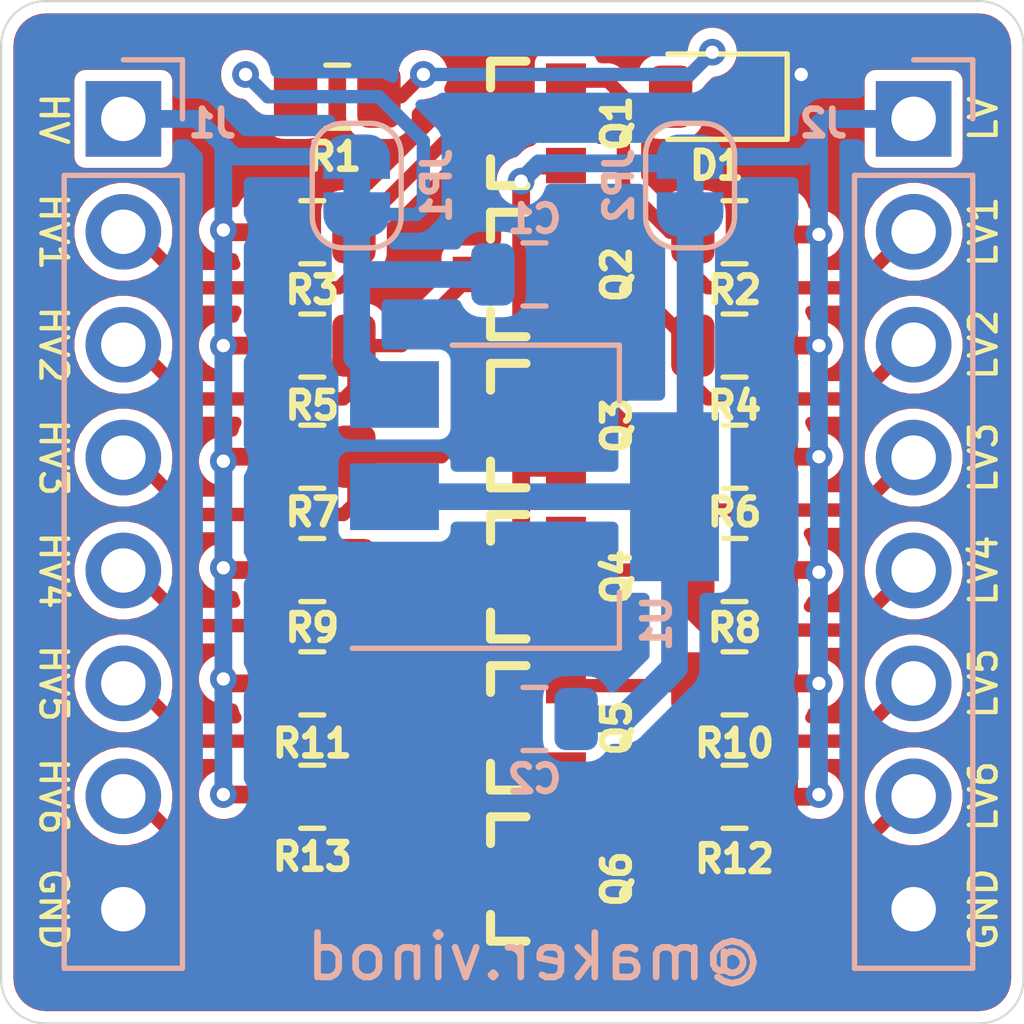
<source format=kicad_pcb>
(kicad_pcb (version 20171130) (host pcbnew "(5.1.9)-1")

  (general
    (thickness 1.6)
    (drawings 25)
    (tracks 191)
    (zones 0)
    (modules 27)
    (nets 19)
  )

  (page A4)
  (layers
    (0 F.Cu signal)
    (31 B.Cu signal)
    (32 B.Adhes user)
    (33 F.Adhes user)
    (34 B.Paste user)
    (35 F.Paste user)
    (36 B.SilkS user)
    (37 F.SilkS user)
    (38 B.Mask user)
    (39 F.Mask user)
    (40 Dwgs.User user hide)
    (41 Cmts.User user hide)
    (42 Eco1.User user)
    (43 Eco2.User user)
    (44 Edge.Cuts user)
    (45 Margin user)
    (46 B.CrtYd user hide)
    (47 F.CrtYd user hide)
    (48 B.Fab user hide)
    (49 F.Fab user hide)
  )

  (setup
    (last_trace_width 0.3)
    (user_trace_width 0.25)
    (user_trace_width 0.3)
    (user_trace_width 0.4)
    (user_trace_width 0.6)
    (user_trace_width 0.8)
    (trace_clearance 0.2)
    (zone_clearance 0.25)
    (zone_45_only no)
    (trace_min 0.2)
    (via_size 0.8)
    (via_drill 0.4)
    (via_min_size 0.4)
    (via_min_drill 0.3)
    (user_via 0.6 0.3)
    (uvia_size 0.3)
    (uvia_drill 0.1)
    (uvias_allowed no)
    (uvia_min_size 0.2)
    (uvia_min_drill 0.1)
    (edge_width 0.05)
    (segment_width 0.2)
    (pcb_text_width 0.3)
    (pcb_text_size 1.5 1.5)
    (mod_edge_width 0.12)
    (mod_text_size 1 1)
    (mod_text_width 0.15)
    (pad_size 1.524 1.524)
    (pad_drill 0.762)
    (pad_to_mask_clearance 0)
    (aux_axis_origin 0 0)
    (visible_elements 7FFFFFFF)
    (pcbplotparams
      (layerselection 0x010fc_ffffffff)
      (usegerberextensions false)
      (usegerberattributes true)
      (usegerberadvancedattributes true)
      (creategerberjobfile true)
      (excludeedgelayer true)
      (linewidth 0.100000)
      (plotframeref false)
      (viasonmask false)
      (mode 1)
      (useauxorigin false)
      (hpglpennumber 1)
      (hpglpenspeed 20)
      (hpglpendiameter 15.000000)
      (psnegative false)
      (psa4output false)
      (plotreference true)
      (plotvalue true)
      (plotinvisibletext false)
      (padsonsilk false)
      (subtractmaskfromsilk false)
      (outputformat 1)
      (mirror false)
      (drillshape 1)
      (scaleselection 1)
      (outputdirectory ""))
  )

  (net 0 "")
  (net 1 5V)
  (net 2 GND)
  (net 3 3V3)
  (net 4 "Net-(D1-Pad2)")
  (net 5 HV_6)
  (net 6 HV_5)
  (net 7 HV_4)
  (net 8 HV_3)
  (net 9 HV_2)
  (net 10 HV_1)
  (net 11 HV)
  (net 12 LV_6)
  (net 13 LV_5)
  (net 14 LV_4)
  (net 15 LV_3)
  (net 16 LV_2)
  (net 17 LV_1)
  (net 18 LV)

  (net_class Default "This is the default net class."
    (clearance 0.2)
    (trace_width 0.25)
    (via_dia 0.8)
    (via_drill 0.4)
    (uvia_dia 0.3)
    (uvia_drill 0.1)
    (add_net 3V3)
    (add_net 5V)
    (add_net GND)
    (add_net HV)
    (add_net HV_1)
    (add_net HV_2)
    (add_net HV_3)
    (add_net HV_4)
    (add_net HV_5)
    (add_net HV_6)
    (add_net LV)
    (add_net LV_1)
    (add_net LV_2)
    (add_net LV_3)
    (add_net LV_4)
    (add_net LV_5)
    (add_net LV_6)
    (add_net "Net-(D1-Pad2)")
  )

  (module Package_TO_SOT_SMD:SOT-223-3_TabPin2 (layer B.Cu) (tedit 5A02FF57) (tstamp 60598F4D)
    (at 9.5 8.65)
    (descr "module CMS SOT223 4 pins")
    (tags "CMS SOT")
    (path /609ABF7D)
    (attr smd)
    (fp_text reference U1 (at 2.75 2.85 -90) (layer B.SilkS)
      (effects (font (size 0.6 0.6) (thickness 0.15)) (justify mirror))
    )
    (fp_text value AMS1117-3.3 (at 0 -4.5) (layer B.Fab)
      (effects (font (size 1 1) (thickness 0.15)) (justify mirror))
    )
    (fp_line (start 1.85 3.35) (end 1.85 -3.35) (layer B.Fab) (width 0.1))
    (fp_line (start -1.85 -3.35) (end 1.85 -3.35) (layer B.Fab) (width 0.1))
    (fp_line (start -4.1 3.41) (end 1.91 3.41) (layer B.SilkS) (width 0.12))
    (fp_line (start -0.85 3.35) (end 1.85 3.35) (layer B.Fab) (width 0.1))
    (fp_line (start -1.85 -3.41) (end 1.91 -3.41) (layer B.SilkS) (width 0.12))
    (fp_line (start -1.85 2.35) (end -1.85 -3.35) (layer B.Fab) (width 0.1))
    (fp_line (start -1.85 2.35) (end -0.85 3.35) (layer B.Fab) (width 0.1))
    (fp_line (start -4.4 3.6) (end -4.4 -3.6) (layer B.CrtYd) (width 0.05))
    (fp_line (start -4.4 -3.6) (end 4.4 -3.6) (layer B.CrtYd) (width 0.05))
    (fp_line (start 4.4 -3.6) (end 4.4 3.6) (layer B.CrtYd) (width 0.05))
    (fp_line (start 4.4 3.6) (end -4.4 3.6) (layer B.CrtYd) (width 0.05))
    (fp_line (start 1.91 3.41) (end 1.91 2.15) (layer B.SilkS) (width 0.12))
    (fp_line (start 1.91 -3.41) (end 1.91 -2.15) (layer B.SilkS) (width 0.12))
    (fp_text user %R (at 0 0 -90) (layer B.Fab)
      (effects (font (size 0.8 0.8) (thickness 0.12)) (justify mirror))
    )
    (pad 1 smd rect (at -3.15 2.3) (size 2 1.5) (layers B.Cu B.Paste B.Mask)
      (net 2 GND))
    (pad 3 smd rect (at -3.15 -2.3) (size 2 1.5) (layers B.Cu B.Paste B.Mask)
      (net 1 5V))
    (pad 2 smd rect (at -3.15 0) (size 2 1.5) (layers B.Cu B.Paste B.Mask)
      (net 3 3V3))
    (pad 2 smd rect (at 3.15 0) (size 2 3.8) (layers B.Cu B.Paste B.Mask)
      (net 3 3V3))
    (model ${KISYS3DMOD}/Package_TO_SOT_SMD.3dshapes/SOT-223.wrl
      (at (xyz 0 0 0))
      (scale (xyz 1 1 1))
      (rotate (xyz 0 0 0))
    )
  )

  (module Resistor_SMD:R_0805_2012Metric (layer F.Cu) (tedit 5B36C52B) (tstamp 60597E7F)
    (at 5.0625 -0.35 180)
    (descr "Resistor SMD 0805 (2012 Metric), square (rectangular) end terminal, IPC_7351 nominal, (Body size source: https://docs.google.com/spreadsheets/d/1BsfQQcO9C6DZCsRaXUlFlo91Tg2WpOkGARC1WS5S8t0/edit?usp=sharing), generated with kicad-footprint-generator")
    (tags resistor)
    (path /60A827E5)
    (attr smd)
    (fp_text reference R1 (at 0.0625 -1.35) (layer F.SilkS)
      (effects (font (size 0.6 0.6) (thickness 0.15)))
    )
    (fp_text value 10k (at 0 1.65) (layer F.Fab)
      (effects (font (size 1 1) (thickness 0.15)))
    )
    (fp_line (start 1.68 0.95) (end -1.68 0.95) (layer F.CrtYd) (width 0.05))
    (fp_line (start 1.68 -0.95) (end 1.68 0.95) (layer F.CrtYd) (width 0.05))
    (fp_line (start -1.68 -0.95) (end 1.68 -0.95) (layer F.CrtYd) (width 0.05))
    (fp_line (start -1.68 0.95) (end -1.68 -0.95) (layer F.CrtYd) (width 0.05))
    (fp_line (start -0.258578 0.71) (end 0.258578 0.71) (layer F.SilkS) (width 0.12))
    (fp_line (start -0.258578 -0.71) (end 0.258578 -0.71) (layer F.SilkS) (width 0.12))
    (fp_line (start 1 0.6) (end -1 0.6) (layer F.Fab) (width 0.1))
    (fp_line (start 1 -0.6) (end 1 0.6) (layer F.Fab) (width 0.1))
    (fp_line (start -1 -0.6) (end 1 -0.6) (layer F.Fab) (width 0.1))
    (fp_line (start -1 0.6) (end -1 -0.6) (layer F.Fab) (width 0.1))
    (fp_text user %R (at 0 0) (layer F.Fab)
      (effects (font (size 0.5 0.5) (thickness 0.08)))
    )
    (pad 2 smd roundrect (at 0.9375 0 180) (size 0.975 1.4) (layers F.Cu F.Paste F.Mask) (roundrect_rratio 0.25)
      (net 1 5V))
    (pad 1 smd roundrect (at -0.9375 0 180) (size 0.975 1.4) (layers F.Cu F.Paste F.Mask) (roundrect_rratio 0.25)
      (net 4 "Net-(D1-Pad2)"))
    (model ${KISYS3DMOD}/Resistor_SMD.3dshapes/R_0805_2012Metric.wrl
      (at (xyz 0 0 0))
      (scale (xyz 1 1 1))
      (rotate (xyz 0 0 0))
    )
  )

  (module Resistor_SMD:R_0805_2012Metric (layer F.Cu) (tedit 5B36C52B) (tstamp 60597FAE)
    (at 4.5 15.4)
    (descr "Resistor SMD 0805 (2012 Metric), square (rectangular) end terminal, IPC_7351 nominal, (Body size source: https://docs.google.com/spreadsheets/d/1BsfQQcO9C6DZCsRaXUlFlo91Tg2WpOkGARC1WS5S8t0/edit?usp=sharing), generated with kicad-footprint-generator")
    (tags resistor)
    (path /609A8C58)
    (attr smd)
    (fp_text reference R13 (at 0 1.35) (layer F.SilkS)
      (effects (font (size 0.6 0.6) (thickness 0.15)))
    )
    (fp_text value 10k (at 0 1.65) (layer F.Fab)
      (effects (font (size 1 1) (thickness 0.15)))
    )
    (fp_line (start -1 0.6) (end -1 -0.6) (layer F.Fab) (width 0.1))
    (fp_line (start -1 -0.6) (end 1 -0.6) (layer F.Fab) (width 0.1))
    (fp_line (start 1 -0.6) (end 1 0.6) (layer F.Fab) (width 0.1))
    (fp_line (start 1 0.6) (end -1 0.6) (layer F.Fab) (width 0.1))
    (fp_line (start -0.258578 -0.71) (end 0.258578 -0.71) (layer F.SilkS) (width 0.12))
    (fp_line (start -0.258578 0.71) (end 0.258578 0.71) (layer F.SilkS) (width 0.12))
    (fp_line (start -1.68 0.95) (end -1.68 -0.95) (layer F.CrtYd) (width 0.05))
    (fp_line (start -1.68 -0.95) (end 1.68 -0.95) (layer F.CrtYd) (width 0.05))
    (fp_line (start 1.68 -0.95) (end 1.68 0.95) (layer F.CrtYd) (width 0.05))
    (fp_line (start 1.68 0.95) (end -1.68 0.95) (layer F.CrtYd) (width 0.05))
    (fp_text user %R (at 0 0) (layer F.Fab)
      (effects (font (size 0.5 0.5) (thickness 0.08)))
    )
    (pad 1 smd roundrect (at -0.9375 0) (size 0.975 1.4) (layers F.Cu F.Paste F.Mask) (roundrect_rratio 0.25)
      (net 11 HV))
    (pad 2 smd roundrect (at 0.9375 0) (size 0.975 1.4) (layers F.Cu F.Paste F.Mask) (roundrect_rratio 0.25)
      (net 5 HV_6))
    (model ${KISYS3DMOD}/Resistor_SMD.3dshapes/R_0805_2012Metric.wrl
      (at (xyz 0 0 0))
      (scale (xyz 1 1 1))
      (rotate (xyz 0 0 0))
    )
  )

  (module Resistor_SMD:R_0805_2012Metric (layer F.Cu) (tedit 5B36C52B) (tstamp 6059800E)
    (at 4.5 10.3)
    (descr "Resistor SMD 0805 (2012 Metric), square (rectangular) end terminal, IPC_7351 nominal, (Body size source: https://docs.google.com/spreadsheets/d/1BsfQQcO9C6DZCsRaXUlFlo91Tg2WpOkGARC1WS5S8t0/edit?usp=sharing), generated with kicad-footprint-generator")
    (tags resistor)
    (path /6099FC97)
    (attr smd)
    (fp_text reference R9 (at 0 1.3) (layer F.SilkS)
      (effects (font (size 0.6 0.6) (thickness 0.15)))
    )
    (fp_text value 10k (at 0 1.65) (layer F.Fab)
      (effects (font (size 1 1) (thickness 0.15)))
    )
    (fp_line (start 1.68 0.95) (end -1.68 0.95) (layer F.CrtYd) (width 0.05))
    (fp_line (start 1.68 -0.95) (end 1.68 0.95) (layer F.CrtYd) (width 0.05))
    (fp_line (start -1.68 -0.95) (end 1.68 -0.95) (layer F.CrtYd) (width 0.05))
    (fp_line (start -1.68 0.95) (end -1.68 -0.95) (layer F.CrtYd) (width 0.05))
    (fp_line (start -0.258578 0.71) (end 0.258578 0.71) (layer F.SilkS) (width 0.12))
    (fp_line (start -0.258578 -0.71) (end 0.258578 -0.71) (layer F.SilkS) (width 0.12))
    (fp_line (start 1 0.6) (end -1 0.6) (layer F.Fab) (width 0.1))
    (fp_line (start 1 -0.6) (end 1 0.6) (layer F.Fab) (width 0.1))
    (fp_line (start -1 -0.6) (end 1 -0.6) (layer F.Fab) (width 0.1))
    (fp_line (start -1 0.6) (end -1 -0.6) (layer F.Fab) (width 0.1))
    (fp_text user %R (at 0 0) (layer F.Fab)
      (effects (font (size 0.5 0.5) (thickness 0.08)))
    )
    (pad 2 smd roundrect (at 0.9375 0) (size 0.975 1.4) (layers F.Cu F.Paste F.Mask) (roundrect_rratio 0.25)
      (net 7 HV_4))
    (pad 1 smd roundrect (at -0.9375 0) (size 0.975 1.4) (layers F.Cu F.Paste F.Mask) (roundrect_rratio 0.25)
      (net 11 HV))
    (model ${KISYS3DMOD}/Resistor_SMD.3dshapes/R_0805_2012Metric.wrl
      (at (xyz 0 0 0))
      (scale (xyz 1 1 1))
      (rotate (xyz 0 0 0))
    )
  )

  (module Resistor_SMD:R_0805_2012Metric (layer F.Cu) (tedit 5B36C52B) (tstamp 60597EAF)
    (at 4.5 5.25)
    (descr "Resistor SMD 0805 (2012 Metric), square (rectangular) end terminal, IPC_7351 nominal, (Body size source: https://docs.google.com/spreadsheets/d/1BsfQQcO9C6DZCsRaXUlFlo91Tg2WpOkGARC1WS5S8t0/edit?usp=sharing), generated with kicad-footprint-generator")
    (tags resistor)
    (path /6099E1C0)
    (attr smd)
    (fp_text reference R5 (at 0 1.35) (layer F.SilkS)
      (effects (font (size 0.6 0.6) (thickness 0.15)))
    )
    (fp_text value 10k (at 0 1.65) (layer F.Fab)
      (effects (font (size 1 1) (thickness 0.15)))
    )
    (fp_line (start 1.68 0.95) (end -1.68 0.95) (layer F.CrtYd) (width 0.05))
    (fp_line (start 1.68 -0.95) (end 1.68 0.95) (layer F.CrtYd) (width 0.05))
    (fp_line (start -1.68 -0.95) (end 1.68 -0.95) (layer F.CrtYd) (width 0.05))
    (fp_line (start -1.68 0.95) (end -1.68 -0.95) (layer F.CrtYd) (width 0.05))
    (fp_line (start -0.258578 0.71) (end 0.258578 0.71) (layer F.SilkS) (width 0.12))
    (fp_line (start -0.258578 -0.71) (end 0.258578 -0.71) (layer F.SilkS) (width 0.12))
    (fp_line (start 1 0.6) (end -1 0.6) (layer F.Fab) (width 0.1))
    (fp_line (start 1 -0.6) (end 1 0.6) (layer F.Fab) (width 0.1))
    (fp_line (start -1 -0.6) (end 1 -0.6) (layer F.Fab) (width 0.1))
    (fp_line (start -1 0.6) (end -1 -0.6) (layer F.Fab) (width 0.1))
    (fp_text user %R (at 0 0) (layer F.Fab)
      (effects (font (size 0.5 0.5) (thickness 0.08)))
    )
    (pad 2 smd roundrect (at 0.9375 0) (size 0.975 1.4) (layers F.Cu F.Paste F.Mask) (roundrect_rratio 0.25)
      (net 9 HV_2))
    (pad 1 smd roundrect (at -0.9375 0) (size 0.975 1.4) (layers F.Cu F.Paste F.Mask) (roundrect_rratio 0.25)
      (net 11 HV))
    (model ${KISYS3DMOD}/Resistor_SMD.3dshapes/R_0805_2012Metric.wrl
      (at (xyz 0 0 0))
      (scale (xyz 1 1 1))
      (rotate (xyz 0 0 0))
    )
  )

  (module Resistor_SMD:R_0805_2012Metric (layer F.Cu) (tedit 5B36C52B) (tstamp 60597EDF)
    (at 14 15.4)
    (descr "Resistor SMD 0805 (2012 Metric), square (rectangular) end terminal, IPC_7351 nominal, (Body size source: https://docs.google.com/spreadsheets/d/1BsfQQcO9C6DZCsRaXUlFlo91Tg2WpOkGARC1WS5S8t0/edit?usp=sharing), generated with kicad-footprint-generator")
    (tags resistor)
    (path /609A8C52)
    (attr smd)
    (fp_text reference R12 (at 0 1.4) (layer F.SilkS)
      (effects (font (size 0.6 0.6) (thickness 0.15)))
    )
    (fp_text value 10k (at 0 1.65) (layer F.Fab)
      (effects (font (size 1 1) (thickness 0.15)))
    )
    (fp_line (start 1.68 0.95) (end -1.68 0.95) (layer F.CrtYd) (width 0.05))
    (fp_line (start 1.68 -0.95) (end 1.68 0.95) (layer F.CrtYd) (width 0.05))
    (fp_line (start -1.68 -0.95) (end 1.68 -0.95) (layer F.CrtYd) (width 0.05))
    (fp_line (start -1.68 0.95) (end -1.68 -0.95) (layer F.CrtYd) (width 0.05))
    (fp_line (start -0.258578 0.71) (end 0.258578 0.71) (layer F.SilkS) (width 0.12))
    (fp_line (start -0.258578 -0.71) (end 0.258578 -0.71) (layer F.SilkS) (width 0.12))
    (fp_line (start 1 0.6) (end -1 0.6) (layer F.Fab) (width 0.1))
    (fp_line (start 1 -0.6) (end 1 0.6) (layer F.Fab) (width 0.1))
    (fp_line (start -1 -0.6) (end 1 -0.6) (layer F.Fab) (width 0.1))
    (fp_line (start -1 0.6) (end -1 -0.6) (layer F.Fab) (width 0.1))
    (fp_text user %R (at 0 0) (layer F.Fab)
      (effects (font (size 0.5 0.5) (thickness 0.08)))
    )
    (pad 2 smd roundrect (at 0.9375 0) (size 0.975 1.4) (layers F.Cu F.Paste F.Mask) (roundrect_rratio 0.25)
      (net 18 LV))
    (pad 1 smd roundrect (at -0.9375 0) (size 0.975 1.4) (layers F.Cu F.Paste F.Mask) (roundrect_rratio 0.25)
      (net 12 LV_6))
    (model ${KISYS3DMOD}/Resistor_SMD.3dshapes/R_0805_2012Metric.wrl
      (at (xyz 0 0 0))
      (scale (xyz 1 1 1))
      (rotate (xyz 0 0 0))
    )
  )

  (module Resistor_SMD:R_0805_2012Metric (layer F.Cu) (tedit 5B36C52B) (tstamp 60597F3F)
    (at 14 10.3)
    (descr "Resistor SMD 0805 (2012 Metric), square (rectangular) end terminal, IPC_7351 nominal, (Body size source: https://docs.google.com/spreadsheets/d/1BsfQQcO9C6DZCsRaXUlFlo91Tg2WpOkGARC1WS5S8t0/edit?usp=sharing), generated with kicad-footprint-generator")
    (tags resistor)
    (path /6099FC91)
    (attr smd)
    (fp_text reference R8 (at 0 1.3) (layer F.SilkS)
      (effects (font (size 0.6 0.6) (thickness 0.15)))
    )
    (fp_text value 10k (at 0 1.65) (layer F.Fab)
      (effects (font (size 1 1) (thickness 0.15)))
    )
    (fp_line (start 1.68 0.95) (end -1.68 0.95) (layer F.CrtYd) (width 0.05))
    (fp_line (start 1.68 -0.95) (end 1.68 0.95) (layer F.CrtYd) (width 0.05))
    (fp_line (start -1.68 -0.95) (end 1.68 -0.95) (layer F.CrtYd) (width 0.05))
    (fp_line (start -1.68 0.95) (end -1.68 -0.95) (layer F.CrtYd) (width 0.05))
    (fp_line (start -0.258578 0.71) (end 0.258578 0.71) (layer F.SilkS) (width 0.12))
    (fp_line (start -0.258578 -0.71) (end 0.258578 -0.71) (layer F.SilkS) (width 0.12))
    (fp_line (start 1 0.6) (end -1 0.6) (layer F.Fab) (width 0.1))
    (fp_line (start 1 -0.6) (end 1 0.6) (layer F.Fab) (width 0.1))
    (fp_line (start -1 -0.6) (end 1 -0.6) (layer F.Fab) (width 0.1))
    (fp_line (start -1 0.6) (end -1 -0.6) (layer F.Fab) (width 0.1))
    (fp_text user %R (at 0 0) (layer F.Fab)
      (effects (font (size 0.5 0.5) (thickness 0.08)))
    )
    (pad 2 smd roundrect (at 0.9375 0) (size 0.975 1.4) (layers F.Cu F.Paste F.Mask) (roundrect_rratio 0.25)
      (net 18 LV))
    (pad 1 smd roundrect (at -0.9375 0) (size 0.975 1.4) (layers F.Cu F.Paste F.Mask) (roundrect_rratio 0.25)
      (net 14 LV_4))
    (model ${KISYS3DMOD}/Resistor_SMD.3dshapes/R_0805_2012Metric.wrl
      (at (xyz 0 0 0))
      (scale (xyz 1 1 1))
      (rotate (xyz 0 0 0))
    )
  )

  (module Resistor_SMD:R_0805_2012Metric (layer F.Cu) (tedit 5B36C52B) (tstamp 60597F0F)
    (at 14 5.25)
    (descr "Resistor SMD 0805 (2012 Metric), square (rectangular) end terminal, IPC_7351 nominal, (Body size source: https://docs.google.com/spreadsheets/d/1BsfQQcO9C6DZCsRaXUlFlo91Tg2WpOkGARC1WS5S8t0/edit?usp=sharing), generated with kicad-footprint-generator")
    (tags resistor)
    (path /6099E1BA)
    (attr smd)
    (fp_text reference R4 (at 0 1.35) (layer F.SilkS)
      (effects (font (size 0.6 0.6) (thickness 0.15)))
    )
    (fp_text value 10k (at 0 1.65) (layer F.Fab)
      (effects (font (size 1 1) (thickness 0.15)))
    )
    (fp_line (start 1.68 0.95) (end -1.68 0.95) (layer F.CrtYd) (width 0.05))
    (fp_line (start 1.68 -0.95) (end 1.68 0.95) (layer F.CrtYd) (width 0.05))
    (fp_line (start -1.68 -0.95) (end 1.68 -0.95) (layer F.CrtYd) (width 0.05))
    (fp_line (start -1.68 0.95) (end -1.68 -0.95) (layer F.CrtYd) (width 0.05))
    (fp_line (start -0.258578 0.71) (end 0.258578 0.71) (layer F.SilkS) (width 0.12))
    (fp_line (start -0.258578 -0.71) (end 0.258578 -0.71) (layer F.SilkS) (width 0.12))
    (fp_line (start 1 0.6) (end -1 0.6) (layer F.Fab) (width 0.1))
    (fp_line (start 1 -0.6) (end 1 0.6) (layer F.Fab) (width 0.1))
    (fp_line (start -1 -0.6) (end 1 -0.6) (layer F.Fab) (width 0.1))
    (fp_line (start -1 0.6) (end -1 -0.6) (layer F.Fab) (width 0.1))
    (fp_text user %R (at 0 0) (layer F.Fab)
      (effects (font (size 0.5 0.5) (thickness 0.08)))
    )
    (pad 2 smd roundrect (at 0.9375 0) (size 0.975 1.4) (layers F.Cu F.Paste F.Mask) (roundrect_rratio 0.25)
      (net 18 LV))
    (pad 1 smd roundrect (at -0.9375 0) (size 0.975 1.4) (layers F.Cu F.Paste F.Mask) (roundrect_rratio 0.25)
      (net 16 LV_2))
    (model ${KISYS3DMOD}/Resistor_SMD.3dshapes/R_0805_2012Metric.wrl
      (at (xyz 0 0 0))
      (scale (xyz 1 1 1))
      (rotate (xyz 0 0 0))
    )
  )

  (module Resistor_SMD:R_0805_2012Metric (layer F.Cu) (tedit 5B36C52B) (tstamp 60597E4F)
    (at 4.5 12.85)
    (descr "Resistor SMD 0805 (2012 Metric), square (rectangular) end terminal, IPC_7351 nominal, (Body size source: https://docs.google.com/spreadsheets/d/1BsfQQcO9C6DZCsRaXUlFlo91Tg2WpOkGARC1WS5S8t0/edit?usp=sharing), generated with kicad-footprint-generator")
    (tags resistor)
    (path /609A8C36)
    (attr smd)
    (fp_text reference R11 (at 0 1.35) (layer F.SilkS)
      (effects (font (size 0.6 0.6) (thickness 0.15)))
    )
    (fp_text value 10k (at 0 1.65) (layer F.Fab)
      (effects (font (size 1 1) (thickness 0.15)))
    )
    (fp_line (start 1.68 0.95) (end -1.68 0.95) (layer F.CrtYd) (width 0.05))
    (fp_line (start 1.68 -0.95) (end 1.68 0.95) (layer F.CrtYd) (width 0.05))
    (fp_line (start -1.68 -0.95) (end 1.68 -0.95) (layer F.CrtYd) (width 0.05))
    (fp_line (start -1.68 0.95) (end -1.68 -0.95) (layer F.CrtYd) (width 0.05))
    (fp_line (start -0.258578 0.71) (end 0.258578 0.71) (layer F.SilkS) (width 0.12))
    (fp_line (start -0.258578 -0.71) (end 0.258578 -0.71) (layer F.SilkS) (width 0.12))
    (fp_line (start 1 0.6) (end -1 0.6) (layer F.Fab) (width 0.1))
    (fp_line (start 1 -0.6) (end 1 0.6) (layer F.Fab) (width 0.1))
    (fp_line (start -1 -0.6) (end 1 -0.6) (layer F.Fab) (width 0.1))
    (fp_line (start -1 0.6) (end -1 -0.6) (layer F.Fab) (width 0.1))
    (fp_text user %R (at 0 0) (layer F.Fab)
      (effects (font (size 0.5 0.5) (thickness 0.08)))
    )
    (pad 2 smd roundrect (at 0.9375 0) (size 0.975 1.4) (layers F.Cu F.Paste F.Mask) (roundrect_rratio 0.25)
      (net 6 HV_5))
    (pad 1 smd roundrect (at -0.9375 0) (size 0.975 1.4) (layers F.Cu F.Paste F.Mask) (roundrect_rratio 0.25)
      (net 11 HV))
    (model ${KISYS3DMOD}/Resistor_SMD.3dshapes/R_0805_2012Metric.wrl
      (at (xyz 0 0 0))
      (scale (xyz 1 1 1))
      (rotate (xyz 0 0 0))
    )
  )

  (module Resistor_SMD:R_0805_2012Metric (layer F.Cu) (tedit 5B36C52B) (tstamp 60597FDE)
    (at 4.5 7.75)
    (descr "Resistor SMD 0805 (2012 Metric), square (rectangular) end terminal, IPC_7351 nominal, (Body size source: https://docs.google.com/spreadsheets/d/1BsfQQcO9C6DZCsRaXUlFlo91Tg2WpOkGARC1WS5S8t0/edit?usp=sharing), generated with kicad-footprint-generator")
    (tags resistor)
    (path /6099CC11)
    (attr smd)
    (fp_text reference R7 (at 0 1.25) (layer F.SilkS)
      (effects (font (size 0.6 0.6) (thickness 0.15)))
    )
    (fp_text value 10k (at 0 1.65) (layer F.Fab)
      (effects (font (size 1 1) (thickness 0.15)))
    )
    (fp_line (start 1.68 0.95) (end -1.68 0.95) (layer F.CrtYd) (width 0.05))
    (fp_line (start 1.68 -0.95) (end 1.68 0.95) (layer F.CrtYd) (width 0.05))
    (fp_line (start -1.68 -0.95) (end 1.68 -0.95) (layer F.CrtYd) (width 0.05))
    (fp_line (start -1.68 0.95) (end -1.68 -0.95) (layer F.CrtYd) (width 0.05))
    (fp_line (start -0.258578 0.71) (end 0.258578 0.71) (layer F.SilkS) (width 0.12))
    (fp_line (start -0.258578 -0.71) (end 0.258578 -0.71) (layer F.SilkS) (width 0.12))
    (fp_line (start 1 0.6) (end -1 0.6) (layer F.Fab) (width 0.1))
    (fp_line (start 1 -0.6) (end 1 0.6) (layer F.Fab) (width 0.1))
    (fp_line (start -1 -0.6) (end 1 -0.6) (layer F.Fab) (width 0.1))
    (fp_line (start -1 0.6) (end -1 -0.6) (layer F.Fab) (width 0.1))
    (fp_text user %R (at 0 0) (layer F.Fab)
      (effects (font (size 0.5 0.5) (thickness 0.08)))
    )
    (pad 2 smd roundrect (at 0.9375 0) (size 0.975 1.4) (layers F.Cu F.Paste F.Mask) (roundrect_rratio 0.25)
      (net 8 HV_3))
    (pad 1 smd roundrect (at -0.9375 0) (size 0.975 1.4) (layers F.Cu F.Paste F.Mask) (roundrect_rratio 0.25)
      (net 11 HV))
    (model ${KISYS3DMOD}/Resistor_SMD.3dshapes/R_0805_2012Metric.wrl
      (at (xyz 0 0 0))
      (scale (xyz 1 1 1))
      (rotate (xyz 0 0 0))
    )
  )

  (module Resistor_SMD:R_0805_2012Metric (layer F.Cu) (tedit 5B36C52B) (tstamp 6059803E)
    (at 4.5 2.7)
    (descr "Resistor SMD 0805 (2012 Metric), square (rectangular) end terminal, IPC_7351 nominal, (Body size source: https://docs.google.com/spreadsheets/d/1BsfQQcO9C6DZCsRaXUlFlo91Tg2WpOkGARC1WS5S8t0/edit?usp=sharing), generated with kicad-footprint-generator")
    (tags resistor)
    (path /60998885)
    (attr smd)
    (fp_text reference R3 (at 0 1.3) (layer F.SilkS)
      (effects (font (size 0.6 0.6) (thickness 0.15)))
    )
    (fp_text value 10k (at 0 1.65) (layer F.Fab)
      (effects (font (size 1 1) (thickness 0.15)))
    )
    (fp_line (start 1.68 0.95) (end -1.68 0.95) (layer F.CrtYd) (width 0.05))
    (fp_line (start 1.68 -0.95) (end 1.68 0.95) (layer F.CrtYd) (width 0.05))
    (fp_line (start -1.68 -0.95) (end 1.68 -0.95) (layer F.CrtYd) (width 0.05))
    (fp_line (start -1.68 0.95) (end -1.68 -0.95) (layer F.CrtYd) (width 0.05))
    (fp_line (start -0.258578 0.71) (end 0.258578 0.71) (layer F.SilkS) (width 0.12))
    (fp_line (start -0.258578 -0.71) (end 0.258578 -0.71) (layer F.SilkS) (width 0.12))
    (fp_line (start 1 0.6) (end -1 0.6) (layer F.Fab) (width 0.1))
    (fp_line (start 1 -0.6) (end 1 0.6) (layer F.Fab) (width 0.1))
    (fp_line (start -1 -0.6) (end 1 -0.6) (layer F.Fab) (width 0.1))
    (fp_line (start -1 0.6) (end -1 -0.6) (layer F.Fab) (width 0.1))
    (fp_text user %R (at 0 0) (layer F.Fab)
      (effects (font (size 0.5 0.5) (thickness 0.08)))
    )
    (pad 2 smd roundrect (at 0.9375 0) (size 0.975 1.4) (layers F.Cu F.Paste F.Mask) (roundrect_rratio 0.25)
      (net 10 HV_1))
    (pad 1 smd roundrect (at -0.9375 0) (size 0.975 1.4) (layers F.Cu F.Paste F.Mask) (roundrect_rratio 0.25)
      (net 11 HV))
    (model ${KISYS3DMOD}/Resistor_SMD.3dshapes/R_0805_2012Metric.wrl
      (at (xyz 0 0 0))
      (scale (xyz 1 1 1))
      (rotate (xyz 0 0 0))
    )
  )

  (module Resistor_SMD:R_0805_2012Metric (layer F.Cu) (tedit 5B36C52B) (tstamp 6059806E)
    (at 14 12.85)
    (descr "Resistor SMD 0805 (2012 Metric), square (rectangular) end terminal, IPC_7351 nominal, (Body size source: https://docs.google.com/spreadsheets/d/1BsfQQcO9C6DZCsRaXUlFlo91Tg2WpOkGARC1WS5S8t0/edit?usp=sharing), generated with kicad-footprint-generator")
    (tags resistor)
    (path /609A8C30)
    (attr smd)
    (fp_text reference R10 (at 0 1.35) (layer F.SilkS)
      (effects (font (size 0.6 0.6) (thickness 0.15)))
    )
    (fp_text value 10k (at 0 1.65) (layer F.Fab)
      (effects (font (size 1 1) (thickness 0.15)))
    )
    (fp_line (start 1.68 0.95) (end -1.68 0.95) (layer F.CrtYd) (width 0.05))
    (fp_line (start 1.68 -0.95) (end 1.68 0.95) (layer F.CrtYd) (width 0.05))
    (fp_line (start -1.68 -0.95) (end 1.68 -0.95) (layer F.CrtYd) (width 0.05))
    (fp_line (start -1.68 0.95) (end -1.68 -0.95) (layer F.CrtYd) (width 0.05))
    (fp_line (start -0.258578 0.71) (end 0.258578 0.71) (layer F.SilkS) (width 0.12))
    (fp_line (start -0.258578 -0.71) (end 0.258578 -0.71) (layer F.SilkS) (width 0.12))
    (fp_line (start 1 0.6) (end -1 0.6) (layer F.Fab) (width 0.1))
    (fp_line (start 1 -0.6) (end 1 0.6) (layer F.Fab) (width 0.1))
    (fp_line (start -1 -0.6) (end 1 -0.6) (layer F.Fab) (width 0.1))
    (fp_line (start -1 0.6) (end -1 -0.6) (layer F.Fab) (width 0.1))
    (fp_text user %R (at 0 0) (layer F.Fab)
      (effects (font (size 0.5 0.5) (thickness 0.08)))
    )
    (pad 2 smd roundrect (at 0.9375 0) (size 0.975 1.4) (layers F.Cu F.Paste F.Mask) (roundrect_rratio 0.25)
      (net 18 LV))
    (pad 1 smd roundrect (at -0.9375 0) (size 0.975 1.4) (layers F.Cu F.Paste F.Mask) (roundrect_rratio 0.25)
      (net 13 LV_5))
    (model ${KISYS3DMOD}/Resistor_SMD.3dshapes/R_0805_2012Metric.wrl
      (at (xyz 0 0 0))
      (scale (xyz 1 1 1))
      (rotate (xyz 0 0 0))
    )
  )

  (module Resistor_SMD:R_0805_2012Metric (layer F.Cu) (tedit 5B36C52B) (tstamp 6059809E)
    (at 14 7.75)
    (descr "Resistor SMD 0805 (2012 Metric), square (rectangular) end terminal, IPC_7351 nominal, (Body size source: https://docs.google.com/spreadsheets/d/1BsfQQcO9C6DZCsRaXUlFlo91Tg2WpOkGARC1WS5S8t0/edit?usp=sharing), generated with kicad-footprint-generator")
    (tags resistor)
    (path /6099CC0B)
    (attr smd)
    (fp_text reference R6 (at 0 1.25) (layer F.SilkS)
      (effects (font (size 0.6 0.6) (thickness 0.15)))
    )
    (fp_text value 10k (at 0 1.65) (layer F.Fab)
      (effects (font (size 1 1) (thickness 0.15)))
    )
    (fp_line (start 1.68 0.95) (end -1.68 0.95) (layer F.CrtYd) (width 0.05))
    (fp_line (start 1.68 -0.95) (end 1.68 0.95) (layer F.CrtYd) (width 0.05))
    (fp_line (start -1.68 -0.95) (end 1.68 -0.95) (layer F.CrtYd) (width 0.05))
    (fp_line (start -1.68 0.95) (end -1.68 -0.95) (layer F.CrtYd) (width 0.05))
    (fp_line (start -0.258578 0.71) (end 0.258578 0.71) (layer F.SilkS) (width 0.12))
    (fp_line (start -0.258578 -0.71) (end 0.258578 -0.71) (layer F.SilkS) (width 0.12))
    (fp_line (start 1 0.6) (end -1 0.6) (layer F.Fab) (width 0.1))
    (fp_line (start 1 -0.6) (end 1 0.6) (layer F.Fab) (width 0.1))
    (fp_line (start -1 -0.6) (end 1 -0.6) (layer F.Fab) (width 0.1))
    (fp_line (start -1 0.6) (end -1 -0.6) (layer F.Fab) (width 0.1))
    (fp_text user %R (at 0 0) (layer F.Fab)
      (effects (font (size 0.5 0.5) (thickness 0.08)))
    )
    (pad 2 smd roundrect (at 0.9375 0) (size 0.975 1.4) (layers F.Cu F.Paste F.Mask) (roundrect_rratio 0.25)
      (net 18 LV))
    (pad 1 smd roundrect (at -0.9375 0) (size 0.975 1.4) (layers F.Cu F.Paste F.Mask) (roundrect_rratio 0.25)
      (net 15 LV_3))
    (model ${KISYS3DMOD}/Resistor_SMD.3dshapes/R_0805_2012Metric.wrl
      (at (xyz 0 0 0))
      (scale (xyz 1 1 1))
      (rotate (xyz 0 0 0))
    )
  )

  (module Resistor_SMD:R_0805_2012Metric (layer F.Cu) (tedit 5B36C52B) (tstamp 605980CE)
    (at 14 2.7)
    (descr "Resistor SMD 0805 (2012 Metric), square (rectangular) end terminal, IPC_7351 nominal, (Body size source: https://docs.google.com/spreadsheets/d/1BsfQQcO9C6DZCsRaXUlFlo91Tg2WpOkGARC1WS5S8t0/edit?usp=sharing), generated with kicad-footprint-generator")
    (tags resistor)
    (path /60997B81)
    (attr smd)
    (fp_text reference R2 (at 0 1.3) (layer F.SilkS)
      (effects (font (size 0.6 0.6) (thickness 0.15)))
    )
    (fp_text value 10k (at 0 1.65) (layer F.Fab)
      (effects (font (size 1 1) (thickness 0.15)))
    )
    (fp_line (start 1.68 0.95) (end -1.68 0.95) (layer F.CrtYd) (width 0.05))
    (fp_line (start 1.68 -0.95) (end 1.68 0.95) (layer F.CrtYd) (width 0.05))
    (fp_line (start -1.68 -0.95) (end 1.68 -0.95) (layer F.CrtYd) (width 0.05))
    (fp_line (start -1.68 0.95) (end -1.68 -0.95) (layer F.CrtYd) (width 0.05))
    (fp_line (start -0.258578 0.71) (end 0.258578 0.71) (layer F.SilkS) (width 0.12))
    (fp_line (start -0.258578 -0.71) (end 0.258578 -0.71) (layer F.SilkS) (width 0.12))
    (fp_line (start 1 0.6) (end -1 0.6) (layer F.Fab) (width 0.1))
    (fp_line (start 1 -0.6) (end 1 0.6) (layer F.Fab) (width 0.1))
    (fp_line (start -1 -0.6) (end 1 -0.6) (layer F.Fab) (width 0.1))
    (fp_line (start -1 0.6) (end -1 -0.6) (layer F.Fab) (width 0.1))
    (fp_text user %R (at 0 0) (layer F.Fab)
      (effects (font (size 0.5 0.5) (thickness 0.08)))
    )
    (pad 2 smd roundrect (at 0.9375 0) (size 0.975 1.4) (layers F.Cu F.Paste F.Mask) (roundrect_rratio 0.25)
      (net 18 LV))
    (pad 1 smd roundrect (at -0.9375 0) (size 0.975 1.4) (layers F.Cu F.Paste F.Mask) (roundrect_rratio 0.25)
      (net 17 LV_1))
    (model ${KISYS3DMOD}/Resistor_SMD.3dshapes/R_0805_2012Metric.wrl
      (at (xyz 0 0 0))
      (scale (xyz 1 1 1))
      (rotate (xyz 0 0 0))
    )
  )

  (module Silicon-Standard:SOT23-3 (layer F.Cu) (tedit 200000) (tstamp 60598DB8)
    (at 9.21 17.25 90)
    (descr SOT23-3)
    (tags SOT23-3)
    (path /609A8C4C)
    (attr smd)
    (fp_text reference Q6 (at 0 2.14 90) (layer F.SilkS)
      (effects (font (size 0.6 0.6) (thickness 0.15)))
    )
    (fp_text value AO3404A (at 2.032 0) (layer F.SilkS) hide
      (effects (font (size 0.6 0.6) (thickness 0.15)))
    )
    (fp_line (start 1.39954 -0.6985) (end 1.39954 0.09906) (layer F.SilkS) (width 0.2032))
    (fp_line (start 0.79756 -0.6985) (end 1.39954 -0.6985) (layer F.SilkS) (width 0.2032))
    (fp_line (start -1.39954 -0.6985) (end -1.39954 0.09906) (layer F.SilkS) (width 0.2032))
    (fp_line (start -0.79756 -0.6985) (end -1.39954 -0.6985) (layer F.SilkS) (width 0.2032))
    (fp_line (start -1.4224 -0.6604) (end 1.4224 -0.6604) (layer Dwgs.User) (width 0.1524))
    (fp_line (start -1.4224 0.6604) (end -1.4224 -0.6604) (layer Dwgs.User) (width 0.1524))
    (fp_line (start 1.4224 0.6604) (end -1.4224 0.6604) (layer Dwgs.User) (width 0.1524))
    (fp_line (start 1.4224 -0.6604) (end 1.4224 0.6604) (layer Dwgs.User) (width 0.1524))
    (pad 3 smd rect (at 0 -1.09982 90) (size 0.79756 0.89916) (layers F.Cu F.Paste F.Mask)
      (net 5 HV_6) (solder_mask_margin 0.1016))
    (pad 2 smd rect (at 0.94996 0.99822 90) (size 0.79756 0.89916) (layers F.Cu F.Paste F.Mask)
      (net 12 LV_6) (solder_mask_margin 0.1016))
    (pad 1 smd rect (at -0.94996 0.99822 90) (size 0.79756 0.89916) (layers F.Cu F.Paste F.Mask)
      (net 18 LV) (solder_mask_margin 0.1016))
    (model ${KISYS3DMOD}/Package_TO_SOT_SMD.3dshapes/SOT-23.step
      (at (xyz 0 0 0))
      (scale (xyz 1 1 1))
      (rotate (xyz 0 0 -90))
    )
  )

  (module Silicon-Standard:SOT23-3 (layer F.Cu) (tedit 200000) (tstamp 60598150)
    (at 9.21 10.45 90)
    (descr SOT23-3)
    (tags SOT23-3)
    (path /6099FC8B)
    (attr smd)
    (fp_text reference Q4 (at 0 2.14 90) (layer F.SilkS)
      (effects (font (size 0.6 0.6) (thickness 0.15)))
    )
    (fp_text value AO3404A (at 2.032 0) (layer F.SilkS) hide
      (effects (font (size 0.6 0.6) (thickness 0.15)))
    )
    (fp_line (start 1.39954 -0.6985) (end 1.39954 0.09906) (layer F.SilkS) (width 0.2032))
    (fp_line (start 0.79756 -0.6985) (end 1.39954 -0.6985) (layer F.SilkS) (width 0.2032))
    (fp_line (start -1.39954 -0.6985) (end -1.39954 0.09906) (layer F.SilkS) (width 0.2032))
    (fp_line (start -0.79756 -0.6985) (end -1.39954 -0.6985) (layer F.SilkS) (width 0.2032))
    (fp_line (start -1.4224 -0.6604) (end 1.4224 -0.6604) (layer Dwgs.User) (width 0.1524))
    (fp_line (start -1.4224 0.6604) (end -1.4224 -0.6604) (layer Dwgs.User) (width 0.1524))
    (fp_line (start 1.4224 0.6604) (end -1.4224 0.6604) (layer Dwgs.User) (width 0.1524))
    (fp_line (start 1.4224 -0.6604) (end 1.4224 0.6604) (layer Dwgs.User) (width 0.1524))
    (pad 3 smd rect (at 0 -1.09982 90) (size 0.79756 0.89916) (layers F.Cu F.Paste F.Mask)
      (net 7 HV_4) (solder_mask_margin 0.1016))
    (pad 2 smd rect (at 0.94996 0.99822 90) (size 0.79756 0.89916) (layers F.Cu F.Paste F.Mask)
      (net 14 LV_4) (solder_mask_margin 0.1016))
    (pad 1 smd rect (at -0.94996 0.99822 90) (size 0.79756 0.89916) (layers F.Cu F.Paste F.Mask)
      (net 18 LV) (solder_mask_margin 0.1016))
    (model ${KISYS3DMOD}/Package_TO_SOT_SMD.3dshapes/SOT-23.step
      (at (xyz 0 0 0))
      (scale (xyz 1 1 1))
      (rotate (xyz 0 0 -90))
    )
  )

  (module Silicon-Standard:SOT23-3 (layer F.Cu) (tedit 200000) (tstamp 60598126)
    (at 9.21 3.65 90)
    (descr SOT23-3)
    (tags SOT23-3)
    (path /6099E1B4)
    (attr smd)
    (fp_text reference Q2 (at 0 2.14 90) (layer F.SilkS)
      (effects (font (size 0.6 0.6) (thickness 0.15)))
    )
    (fp_text value AO3404A (at 2.032 0 180) (layer F.SilkS) hide
      (effects (font (size 0.6 0.6) (thickness 0.15)))
    )
    (fp_line (start 1.39954 -0.6985) (end 1.39954 0.09906) (layer F.SilkS) (width 0.2032))
    (fp_line (start 0.79756 -0.6985) (end 1.39954 -0.6985) (layer F.SilkS) (width 0.2032))
    (fp_line (start -1.39954 -0.6985) (end -1.39954 0.09906) (layer F.SilkS) (width 0.2032))
    (fp_line (start -0.79756 -0.6985) (end -1.39954 -0.6985) (layer F.SilkS) (width 0.2032))
    (fp_line (start -1.4224 -0.6604) (end 1.4224 -0.6604) (layer Dwgs.User) (width 0.1524))
    (fp_line (start -1.4224 0.6604) (end -1.4224 -0.6604) (layer Dwgs.User) (width 0.1524))
    (fp_line (start 1.4224 0.6604) (end -1.4224 0.6604) (layer Dwgs.User) (width 0.1524))
    (fp_line (start 1.4224 -0.6604) (end 1.4224 0.6604) (layer Dwgs.User) (width 0.1524))
    (pad 3 smd rect (at 0 -1.09982 90) (size 0.79756 0.89916) (layers F.Cu F.Paste F.Mask)
      (net 9 HV_2) (solder_mask_margin 0.1016))
    (pad 2 smd rect (at 0.94996 0.99822 90) (size 0.79756 0.89916) (layers F.Cu F.Paste F.Mask)
      (net 16 LV_2) (solder_mask_margin 0.1016))
    (pad 1 smd rect (at -0.94996 0.99822 90) (size 0.79756 0.89916) (layers F.Cu F.Paste F.Mask)
      (net 18 LV) (solder_mask_margin 0.1016))
    (model ${KISYS3DMOD}/Package_TO_SOT_SMD.3dshapes/SOT-23.step
      (at (xyz 0 0 0))
      (scale (xyz 1 1 1))
      (rotate (xyz 0 0 -90))
    )
  )

  (module Silicon-Standard:SOT23-3 (layer F.Cu) (tedit 200000) (tstamp 60598D8E)
    (at 9.21 13.85 90)
    (descr SOT23-3)
    (tags SOT23-3)
    (path /609A8C2A)
    (attr smd)
    (fp_text reference Q5 (at 0 2.14 90) (layer F.SilkS)
      (effects (font (size 0.6 0.6) (thickness 0.15)))
    )
    (fp_text value AO3404A (at 2.032 0) (layer F.SilkS) hide
      (effects (font (size 0.6 0.6) (thickness 0.15)))
    )
    (fp_line (start 1.39954 -0.6985) (end 1.39954 0.09906) (layer F.SilkS) (width 0.2032))
    (fp_line (start 0.79756 -0.6985) (end 1.39954 -0.6985) (layer F.SilkS) (width 0.2032))
    (fp_line (start -1.39954 -0.6985) (end -1.39954 0.09906) (layer F.SilkS) (width 0.2032))
    (fp_line (start -0.79756 -0.6985) (end -1.39954 -0.6985) (layer F.SilkS) (width 0.2032))
    (fp_line (start -1.4224 -0.6604) (end 1.4224 -0.6604) (layer Dwgs.User) (width 0.1524))
    (fp_line (start -1.4224 0.6604) (end -1.4224 -0.6604) (layer Dwgs.User) (width 0.1524))
    (fp_line (start 1.4224 0.6604) (end -1.4224 0.6604) (layer Dwgs.User) (width 0.1524))
    (fp_line (start 1.4224 -0.6604) (end 1.4224 0.6604) (layer Dwgs.User) (width 0.1524))
    (pad 3 smd rect (at 0 -1.09982 90) (size 0.79756 0.89916) (layers F.Cu F.Paste F.Mask)
      (net 6 HV_5) (solder_mask_margin 0.1016))
    (pad 2 smd rect (at 0.94996 0.99822 90) (size 0.79756 0.89916) (layers F.Cu F.Paste F.Mask)
      (net 13 LV_5) (solder_mask_margin 0.1016))
    (pad 1 smd rect (at -0.94996 0.99822 90) (size 0.79756 0.89916) (layers F.Cu F.Paste F.Mask)
      (net 18 LV) (solder_mask_margin 0.1016))
    (model ${KISYS3DMOD}/Package_TO_SOT_SMD.3dshapes/SOT-23.step
      (at (xyz 0 0 0))
      (scale (xyz 1 1 1))
      (rotate (xyz 0 0 -90))
    )
  )

  (module Silicon-Standard:SOT23-3 (layer F.Cu) (tedit 200000) (tstamp 6059817A)
    (at 9.21 7.05 90)
    (descr SOT23-3)
    (tags SOT23-3)
    (path /6099CC05)
    (attr smd)
    (fp_text reference Q3 (at 0 2.14 90) (layer F.SilkS)
      (effects (font (size 0.6 0.6) (thickness 0.15)))
    )
    (fp_text value AO3404A (at 2.032 0) (layer F.SilkS) hide
      (effects (font (size 0.6 0.6) (thickness 0.15)))
    )
    (fp_line (start 1.39954 -0.6985) (end 1.39954 0.09906) (layer F.SilkS) (width 0.2032))
    (fp_line (start 0.79756 -0.6985) (end 1.39954 -0.6985) (layer F.SilkS) (width 0.2032))
    (fp_line (start -1.39954 -0.6985) (end -1.39954 0.09906) (layer F.SilkS) (width 0.2032))
    (fp_line (start -0.79756 -0.6985) (end -1.39954 -0.6985) (layer F.SilkS) (width 0.2032))
    (fp_line (start -1.4224 -0.6604) (end 1.4224 -0.6604) (layer Dwgs.User) (width 0.1524))
    (fp_line (start -1.4224 0.6604) (end -1.4224 -0.6604) (layer Dwgs.User) (width 0.1524))
    (fp_line (start 1.4224 0.6604) (end -1.4224 0.6604) (layer Dwgs.User) (width 0.1524))
    (fp_line (start 1.4224 -0.6604) (end 1.4224 0.6604) (layer Dwgs.User) (width 0.1524))
    (pad 3 smd rect (at 0 -1.09982 90) (size 0.79756 0.89916) (layers F.Cu F.Paste F.Mask)
      (net 8 HV_3) (solder_mask_margin 0.1016))
    (pad 2 smd rect (at 0.94996 0.99822 90) (size 0.79756 0.89916) (layers F.Cu F.Paste F.Mask)
      (net 15 LV_3) (solder_mask_margin 0.1016))
    (pad 1 smd rect (at -0.94996 0.99822 90) (size 0.79756 0.89916) (layers F.Cu F.Paste F.Mask)
      (net 18 LV) (solder_mask_margin 0.1016))
    (model ${KISYS3DMOD}/Package_TO_SOT_SMD.3dshapes/SOT-23.step
      (at (xyz 0 0 0))
      (scale (xyz 1 1 1))
      (rotate (xyz 0 0 -90))
    )
  )

  (module Silicon-Standard:SOT23-3 (layer F.Cu) (tedit 200000) (tstamp 605979E4)
    (at 9.21 0.25 90)
    (descr SOT23-3)
    (tags SOT23-3)
    (path /60996E6B)
    (attr smd)
    (fp_text reference Q1 (at 0 2.14 90) (layer F.SilkS)
      (effects (font (size 0.6 0.6) (thickness 0.15)))
    )
    (fp_text value AO3404A (at 1.85 -0.41) (layer F.SilkS) hide
      (effects (font (size 0.6 0.6) (thickness 0.15)))
    )
    (fp_line (start 1.39954 -0.6985) (end 1.39954 0.09906) (layer F.SilkS) (width 0.2032))
    (fp_line (start 0.79756 -0.6985) (end 1.39954 -0.6985) (layer F.SilkS) (width 0.2032))
    (fp_line (start -1.39954 -0.6985) (end -1.39954 0.09906) (layer F.SilkS) (width 0.2032))
    (fp_line (start -0.79756 -0.6985) (end -1.39954 -0.6985) (layer F.SilkS) (width 0.2032))
    (fp_line (start -1.4224 -0.6604) (end 1.4224 -0.6604) (layer Dwgs.User) (width 0.1524))
    (fp_line (start -1.4224 0.6604) (end -1.4224 -0.6604) (layer Dwgs.User) (width 0.1524))
    (fp_line (start 1.4224 0.6604) (end -1.4224 0.6604) (layer Dwgs.User) (width 0.1524))
    (fp_line (start 1.4224 -0.6604) (end 1.4224 0.6604) (layer Dwgs.User) (width 0.1524))
    (pad 3 smd rect (at 0 -1.09982 90) (size 0.79756 0.89916) (layers F.Cu F.Paste F.Mask)
      (net 10 HV_1) (solder_mask_margin 0.1016))
    (pad 2 smd rect (at 0.94996 0.99822 90) (size 0.79756 0.89916) (layers F.Cu F.Paste F.Mask)
      (net 17 LV_1) (solder_mask_margin 0.1016))
    (pad 1 smd rect (at -0.94996 0.99822 90) (size 0.79756 0.89916) (layers F.Cu F.Paste F.Mask)
      (net 18 LV) (solder_mask_margin 0.1016))
    (model ${KISYS3DMOD}/Package_TO_SOT_SMD.3dshapes/SOT-23.step
      (at (xyz 0 0 0))
      (scale (xyz 1 1 1))
      (rotate (xyz 0 0 -90))
    )
  )

  (module Jumper:SolderJumper-2_P1.3mm_Bridged_RoundedPad1.0x1.5mm (layer B.Cu) (tedit 5C745284) (tstamp 605981D2)
    (at 13 1.65 90)
    (descr "SMD Solder Jumper, 1x1.5mm, rounded Pads, 0.3mm gap, bridged with 1 copper strip")
    (tags "solder jumper open")
    (path /609CFEAD)
    (attr virtual)
    (fp_text reference JP2 (at 0 -1.6 90) (layer B.SilkS)
      (effects (font (size 0.6 0.6) (thickness 0.15)) (justify mirror))
    )
    (fp_text value Jumper_NC_Small (at 0 -1.9 90) (layer B.Fab)
      (effects (font (size 1 1) (thickness 0.15)) (justify mirror))
    )
    (fp_poly (pts (xy 0.25 0.3) (xy -0.25 0.3) (xy -0.25 -0.3) (xy 0.25 -0.3)) (layer B.Cu) (width 0))
    (fp_line (start 1.65 -1.25) (end -1.65 -1.25) (layer B.CrtYd) (width 0.05))
    (fp_line (start 1.65 -1.25) (end 1.65 1.25) (layer B.CrtYd) (width 0.05))
    (fp_line (start -1.65 1.25) (end -1.65 -1.25) (layer B.CrtYd) (width 0.05))
    (fp_line (start -1.65 1.25) (end 1.65 1.25) (layer B.CrtYd) (width 0.05))
    (fp_line (start -0.7 1) (end 0.7 1) (layer B.SilkS) (width 0.12))
    (fp_line (start 1.4 0.3) (end 1.4 -0.3) (layer B.SilkS) (width 0.12))
    (fp_line (start 0.7 -1) (end -0.7 -1) (layer B.SilkS) (width 0.12))
    (fp_line (start -1.4 -0.3) (end -1.4 0.3) (layer B.SilkS) (width 0.12))
    (fp_arc (start -0.7 0.3) (end -0.7 1) (angle 90) (layer B.SilkS) (width 0.12))
    (fp_arc (start -0.7 -0.3) (end -1.4 -0.3) (angle 90) (layer B.SilkS) (width 0.12))
    (fp_arc (start 0.7 -0.3) (end 0.7 -1) (angle 90) (layer B.SilkS) (width 0.12))
    (fp_arc (start 0.7 0.3) (end 1.4 0.3) (angle 90) (layer B.SilkS) (width 0.12))
    (pad 1 smd custom (at -0.65 0 90) (size 1 0.5) (layers B.Cu B.Mask)
      (net 3 3V3) (zone_connect 2)
      (options (clearance outline) (anchor rect))
      (primitives
        (gr_circle (center 0 -0.25) (end 0.5 -0.25) (width 0))
        (gr_circle (center 0 0.25) (end 0.5 0.25) (width 0))
        (gr_poly (pts
           (xy 0 0.75) (xy 0.5 0.75) (xy 0.5 -0.75) (xy 0 -0.75)) (width 0))
      ))
    (pad 2 smd custom (at 0.65 0 90) (size 1 0.5) (layers B.Cu B.Mask)
      (net 18 LV) (zone_connect 2)
      (options (clearance outline) (anchor rect))
      (primitives
        (gr_circle (center 0 -0.25) (end 0.5 -0.25) (width 0))
        (gr_circle (center 0 0.25) (end 0.5 0.25) (width 0))
        (gr_poly (pts
           (xy 0 0.75) (xy -0.5 0.75) (xy -0.5 -0.75) (xy 0 -0.75)) (width 0))
      ))
  )

  (module Jumper:SolderJumper-2_P1.3mm_Bridged_RoundedPad1.0x1.5mm (layer B.Cu) (tedit 5C745284) (tstamp 605982C8)
    (at 5.5 1.65 90)
    (descr "SMD Solder Jumper, 1x1.5mm, rounded Pads, 0.3mm gap, bridged with 1 copper strip")
    (tags "solder jumper open")
    (path /609CE020)
    (attr virtual)
    (fp_text reference JP1 (at 0 1.8 90) (layer B.SilkS)
      (effects (font (size 0.6 0.6) (thickness 0.15)) (justify mirror))
    )
    (fp_text value Jumper_NC_Small (at 0 -1.9 90) (layer B.Fab)
      (effects (font (size 1 1) (thickness 0.15)) (justify mirror))
    )
    (fp_poly (pts (xy 0.25 0.3) (xy -0.25 0.3) (xy -0.25 -0.3) (xy 0.25 -0.3)) (layer B.Cu) (width 0))
    (fp_line (start 1.65 -1.25) (end -1.65 -1.25) (layer B.CrtYd) (width 0.05))
    (fp_line (start 1.65 -1.25) (end 1.65 1.25) (layer B.CrtYd) (width 0.05))
    (fp_line (start -1.65 1.25) (end -1.65 -1.25) (layer B.CrtYd) (width 0.05))
    (fp_line (start -1.65 1.25) (end 1.65 1.25) (layer B.CrtYd) (width 0.05))
    (fp_line (start -0.7 1) (end 0.7 1) (layer B.SilkS) (width 0.12))
    (fp_line (start 1.4 0.3) (end 1.4 -0.3) (layer B.SilkS) (width 0.12))
    (fp_line (start 0.7 -1) (end -0.7 -1) (layer B.SilkS) (width 0.12))
    (fp_line (start -1.4 -0.3) (end -1.4 0.3) (layer B.SilkS) (width 0.12))
    (fp_arc (start -0.7 0.3) (end -0.7 1) (angle 90) (layer B.SilkS) (width 0.12))
    (fp_arc (start -0.7 -0.3) (end -1.4 -0.3) (angle 90) (layer B.SilkS) (width 0.12))
    (fp_arc (start 0.7 -0.3) (end 0.7 -1) (angle 90) (layer B.SilkS) (width 0.12))
    (fp_arc (start 0.7 0.3) (end 1.4 0.3) (angle 90) (layer B.SilkS) (width 0.12))
    (pad 1 smd custom (at -0.65 0 90) (size 1 0.5) (layers B.Cu B.Mask)
      (net 1 5V) (zone_connect 2)
      (options (clearance outline) (anchor rect))
      (primitives
        (gr_circle (center 0 -0.25) (end 0.5 -0.25) (width 0))
        (gr_circle (center 0 0.25) (end 0.5 0.25) (width 0))
        (gr_poly (pts
           (xy 0 0.75) (xy 0.5 0.75) (xy 0.5 -0.75) (xy 0 -0.75)) (width 0))
      ))
    (pad 2 smd custom (at 0.65 0 90) (size 1 0.5) (layers B.Cu B.Mask)
      (net 11 HV) (zone_connect 2)
      (options (clearance outline) (anchor rect))
      (primitives
        (gr_circle (center 0 -0.25) (end 0.5 -0.25) (width 0))
        (gr_circle (center 0 0.25) (end 0.5 0.25) (width 0))
        (gr_poly (pts
           (xy 0 0.75) (xy -0.5 0.75) (xy -0.5 -0.75) (xy 0 -0.75)) (width 0))
      ))
  )

  (module Connector_PinHeader_2.54mm:PinHeader_1x08_P2.54mm_Vertical (layer B.Cu) (tedit 59FED5CC) (tstamp 605997ED)
    (at 18.03 0.15 180)
    (descr "Through hole straight pin header, 1x08, 2.54mm pitch, single row")
    (tags "Through hole pin header THT 1x08 2.54mm single row")
    (path /609D9A90)
    (fp_text reference J2 (at 2.03 -0.1) (layer B.SilkS)
      (effects (font (size 0.6 0.6) (thickness 0.15)) (justify mirror))
    )
    (fp_text value "LV CONN" (at 0 -20.11) (layer B.Fab)
      (effects (font (size 1 1) (thickness 0.15)) (justify mirror))
    )
    (fp_line (start -0.635 1.27) (end 1.27 1.27) (layer B.Fab) (width 0.1))
    (fp_line (start 1.27 1.27) (end 1.27 -19.05) (layer B.Fab) (width 0.1))
    (fp_line (start 1.27 -19.05) (end -1.27 -19.05) (layer B.Fab) (width 0.1))
    (fp_line (start -1.27 -19.05) (end -1.27 0.635) (layer B.Fab) (width 0.1))
    (fp_line (start -1.27 0.635) (end -0.635 1.27) (layer B.Fab) (width 0.1))
    (fp_line (start -1.33 -19.11) (end 1.33 -19.11) (layer B.SilkS) (width 0.12))
    (fp_line (start -1.33 -1.27) (end -1.33 -19.11) (layer B.SilkS) (width 0.12))
    (fp_line (start 1.33 -1.27) (end 1.33 -19.11) (layer B.SilkS) (width 0.12))
    (fp_line (start -1.33 -1.27) (end 1.33 -1.27) (layer B.SilkS) (width 0.12))
    (fp_line (start -1.33 0) (end -1.33 1.33) (layer B.SilkS) (width 0.12))
    (fp_line (start -1.33 1.33) (end 0 1.33) (layer B.SilkS) (width 0.12))
    (fp_line (start -1.8 1.8) (end -1.8 -19.55) (layer B.CrtYd) (width 0.05))
    (fp_line (start -1.8 -19.55) (end 1.8 -19.55) (layer B.CrtYd) (width 0.05))
    (fp_line (start 1.8 -19.55) (end 1.8 1.8) (layer B.CrtYd) (width 0.05))
    (fp_line (start 1.8 1.8) (end -1.8 1.8) (layer B.CrtYd) (width 0.05))
    (fp_text user %R (at 0 -8.89 270) (layer B.Fab)
      (effects (font (size 1 1) (thickness 0.15)) (justify mirror))
    )
    (pad 1 thru_hole rect (at 0 0 180) (size 1.7 1.7) (drill 1) (layers *.Cu *.Mask)
      (net 18 LV))
    (pad 2 thru_hole oval (at 0 -2.54 180) (size 1.7 1.7) (drill 1) (layers *.Cu *.Mask)
      (net 17 LV_1))
    (pad 3 thru_hole oval (at 0 -5.08 180) (size 1.7 1.7) (drill 1) (layers *.Cu *.Mask)
      (net 16 LV_2))
    (pad 4 thru_hole oval (at 0 -7.62 180) (size 1.7 1.7) (drill 1) (layers *.Cu *.Mask)
      (net 15 LV_3))
    (pad 5 thru_hole oval (at 0 -10.16 180) (size 1.7 1.7) (drill 1) (layers *.Cu *.Mask)
      (net 14 LV_4))
    (pad 6 thru_hole oval (at 0 -12.7 180) (size 1.7 1.7) (drill 1) (layers *.Cu *.Mask)
      (net 13 LV_5))
    (pad 7 thru_hole oval (at 0 -15.24 180) (size 1.7 1.7) (drill 1) (layers *.Cu *.Mask)
      (net 12 LV_6))
    (pad 8 thru_hole oval (at 0 -17.78 180) (size 1.7 1.7) (drill 1) (layers *.Cu *.Mask)
      (net 2 GND))
    (model ${KISYS3DMOD}/Connector_PinHeader_2.54mm.3dshapes/PinHeader_1x08_P2.54mm_Vertical.wrl
      (at (xyz 0 0 0))
      (scale (xyz 1 1 1))
      (rotate (xyz 0 0 0))
    )
  )

  (module Connector_PinHeader_2.54mm:PinHeader_1x08_P2.54mm_Vertical (layer B.Cu) (tedit 59FED5CC) (tstamp 60599101)
    (at 0.25 0.15 180)
    (descr "Through hole straight pin header, 1x08, 2.54mm pitch, single row")
    (tags "Through hole pin header THT 1x08 2.54mm single row")
    (path /609BF318)
    (fp_text reference J1 (at -2 -0.1) (layer B.SilkS)
      (effects (font (size 0.6 0.6) (thickness 0.15)) (justify mirror))
    )
    (fp_text value "HV CONN" (at 0 -20.11) (layer B.Fab)
      (effects (font (size 1 1) (thickness 0.15)) (justify mirror))
    )
    (fp_line (start 1.8 1.8) (end -1.8 1.8) (layer B.CrtYd) (width 0.05))
    (fp_line (start 1.8 -19.55) (end 1.8 1.8) (layer B.CrtYd) (width 0.05))
    (fp_line (start -1.8 -19.55) (end 1.8 -19.55) (layer B.CrtYd) (width 0.05))
    (fp_line (start -1.8 1.8) (end -1.8 -19.55) (layer B.CrtYd) (width 0.05))
    (fp_line (start -1.33 1.33) (end 0 1.33) (layer B.SilkS) (width 0.12))
    (fp_line (start -1.33 0) (end -1.33 1.33) (layer B.SilkS) (width 0.12))
    (fp_line (start -1.33 -1.27) (end 1.33 -1.27) (layer B.SilkS) (width 0.12))
    (fp_line (start 1.33 -1.27) (end 1.33 -19.11) (layer B.SilkS) (width 0.12))
    (fp_line (start -1.33 -1.27) (end -1.33 -19.11) (layer B.SilkS) (width 0.12))
    (fp_line (start -1.33 -19.11) (end 1.33 -19.11) (layer B.SilkS) (width 0.12))
    (fp_line (start -1.27 0.635) (end -0.635 1.27) (layer B.Fab) (width 0.1))
    (fp_line (start -1.27 -19.05) (end -1.27 0.635) (layer B.Fab) (width 0.1))
    (fp_line (start 1.27 -19.05) (end -1.27 -19.05) (layer B.Fab) (width 0.1))
    (fp_line (start 1.27 1.27) (end 1.27 -19.05) (layer B.Fab) (width 0.1))
    (fp_line (start -0.635 1.27) (end 1.27 1.27) (layer B.Fab) (width 0.1))
    (fp_text user %R (at 0 -8.89 270) (layer B.Fab)
      (effects (font (size 1 1) (thickness 0.15)) (justify mirror))
    )
    (pad 8 thru_hole oval (at 0 -17.78 180) (size 1.7 1.7) (drill 1) (layers *.Cu *.Mask)
      (net 2 GND))
    (pad 7 thru_hole oval (at 0 -15.24 180) (size 1.7 1.7) (drill 1) (layers *.Cu *.Mask)
      (net 5 HV_6))
    (pad 6 thru_hole oval (at 0 -12.7 180) (size 1.7 1.7) (drill 1) (layers *.Cu *.Mask)
      (net 6 HV_5))
    (pad 5 thru_hole oval (at 0 -10.16 180) (size 1.7 1.7) (drill 1) (layers *.Cu *.Mask)
      (net 7 HV_4))
    (pad 4 thru_hole oval (at 0 -7.62 180) (size 1.7 1.7) (drill 1) (layers *.Cu *.Mask)
      (net 8 HV_3))
    (pad 3 thru_hole oval (at 0 -5.08 180) (size 1.7 1.7) (drill 1) (layers *.Cu *.Mask)
      (net 9 HV_2))
    (pad 2 thru_hole oval (at 0 -2.54 180) (size 1.7 1.7) (drill 1) (layers *.Cu *.Mask)
      (net 10 HV_1))
    (pad 1 thru_hole rect (at 0 0 180) (size 1.7 1.7) (drill 1) (layers *.Cu *.Mask)
      (net 11 HV))
    (model ${KISYS3DMOD}/Connector_PinHeader_2.54mm.3dshapes/PinHeader_1x08_P2.54mm_Vertical.wrl
      (at (xyz 0 0 0))
      (scale (xyz 1 1 1))
      (rotate (xyz 0 0 0))
    )
  )

  (module LED_SMD:LED_0805_2012Metric (layer F.Cu) (tedit 5B36C52C) (tstamp 60598208)
    (at 13.5 -0.35 180)
    (descr "LED SMD 0805 (2012 Metric), square (rectangular) end terminal, IPC_7351 nominal, (Body size source: https://docs.google.com/spreadsheets/d/1BsfQQcO9C6DZCsRaXUlFlo91Tg2WpOkGARC1WS5S8t0/edit?usp=sharing), generated with kicad-footprint-generator")
    (tags diode)
    (path /60A7E002)
    (attr smd)
    (fp_text reference D1 (at -0.1 -1.55) (layer F.SilkS)
      (effects (font (size 0.6 0.6) (thickness 0.15)))
    )
    (fp_text value LED (at 0 1.65) (layer F.Fab)
      (effects (font (size 1 1) (thickness 0.15)))
    )
    (fp_line (start 1.68 0.95) (end -1.68 0.95) (layer F.CrtYd) (width 0.05))
    (fp_line (start 1.68 -0.95) (end 1.68 0.95) (layer F.CrtYd) (width 0.05))
    (fp_line (start -1.68 -0.95) (end 1.68 -0.95) (layer F.CrtYd) (width 0.05))
    (fp_line (start -1.68 0.95) (end -1.68 -0.95) (layer F.CrtYd) (width 0.05))
    (fp_line (start -1.685 0.96) (end 1 0.96) (layer F.SilkS) (width 0.12))
    (fp_line (start -1.685 -0.96) (end -1.685 0.96) (layer F.SilkS) (width 0.12))
    (fp_line (start 1 -0.96) (end -1.685 -0.96) (layer F.SilkS) (width 0.12))
    (fp_line (start 1 0.6) (end 1 -0.6) (layer F.Fab) (width 0.1))
    (fp_line (start -1 0.6) (end 1 0.6) (layer F.Fab) (width 0.1))
    (fp_line (start -1 -0.3) (end -1 0.6) (layer F.Fab) (width 0.1))
    (fp_line (start -0.7 -0.6) (end -1 -0.3) (layer F.Fab) (width 0.1))
    (fp_line (start 1 -0.6) (end -0.7 -0.6) (layer F.Fab) (width 0.1))
    (fp_text user %R (at 0 0) (layer F.Fab)
      (effects (font (size 0.5 0.5) (thickness 0.08)))
    )
    (pad 2 smd roundrect (at 0.9375 0 180) (size 0.975 1.4) (layers F.Cu F.Paste F.Mask) (roundrect_rratio 0.25)
      (net 4 "Net-(D1-Pad2)"))
    (pad 1 smd roundrect (at -0.9375 0 180) (size 0.975 1.4) (layers F.Cu F.Paste F.Mask) (roundrect_rratio 0.25)
      (net 2 GND))
    (model ${KISYS3DMOD}/LED_SMD.3dshapes/LED_0805_2012Metric.wrl
      (at (xyz 0 0 0))
      (scale (xyz 1 1 1))
      (rotate (xyz 0 0 0))
    )
  )

  (module Capacitor_SMD:C_0805_2012Metric (layer B.Cu) (tedit 5B36C52B) (tstamp 6059823C)
    (at 9.5 13.65 180)
    (descr "Capacitor SMD 0805 (2012 Metric), square (rectangular) end terminal, IPC_7351 nominal, (Body size source: https://docs.google.com/spreadsheets/d/1BsfQQcO9C6DZCsRaXUlFlo91Tg2WpOkGARC1WS5S8t0/edit?usp=sharing), generated with kicad-footprint-generator")
    (tags capacitor)
    (path /609B02B5)
    (attr smd)
    (fp_text reference C2 (at 0 -1.35) (layer B.SilkS)
      (effects (font (size 0.6 0.6) (thickness 0.15)) (justify mirror))
    )
    (fp_text value 22uF (at 0 -1.65) (layer B.Fab)
      (effects (font (size 1 1) (thickness 0.15)) (justify mirror))
    )
    (fp_line (start 1.68 -0.95) (end -1.68 -0.95) (layer B.CrtYd) (width 0.05))
    (fp_line (start 1.68 0.95) (end 1.68 -0.95) (layer B.CrtYd) (width 0.05))
    (fp_line (start -1.68 0.95) (end 1.68 0.95) (layer B.CrtYd) (width 0.05))
    (fp_line (start -1.68 -0.95) (end -1.68 0.95) (layer B.CrtYd) (width 0.05))
    (fp_line (start -0.258578 -0.71) (end 0.258578 -0.71) (layer B.SilkS) (width 0.12))
    (fp_line (start -0.258578 0.71) (end 0.258578 0.71) (layer B.SilkS) (width 0.12))
    (fp_line (start 1 -0.6) (end -1 -0.6) (layer B.Fab) (width 0.1))
    (fp_line (start 1 0.6) (end 1 -0.6) (layer B.Fab) (width 0.1))
    (fp_line (start -1 0.6) (end 1 0.6) (layer B.Fab) (width 0.1))
    (fp_line (start -1 -0.6) (end -1 0.6) (layer B.Fab) (width 0.1))
    (fp_text user %R (at 0 0) (layer B.Fab)
      (effects (font (size 0.5 0.5) (thickness 0.08)) (justify mirror))
    )
    (pad 2 smd roundrect (at 0.9375 0 180) (size 0.975 1.4) (layers B.Cu B.Paste B.Mask) (roundrect_rratio 0.25)
      (net 2 GND))
    (pad 1 smd roundrect (at -0.9375 0 180) (size 0.975 1.4) (layers B.Cu B.Paste B.Mask) (roundrect_rratio 0.25)
      (net 3 3V3))
    (model ${KISYS3DMOD}/Capacitor_SMD.3dshapes/C_0805_2012Metric.wrl
      (at (xyz 0 0 0))
      (scale (xyz 1 1 1))
      (rotate (xyz 0 0 0))
    )
  )

  (module Capacitor_SMD:C_0805_2012Metric (layer B.Cu) (tedit 5B36C52B) (tstamp 6059826C)
    (at 9.5 3.65 180)
    (descr "Capacitor SMD 0805 (2012 Metric), square (rectangular) end terminal, IPC_7351 nominal, (Body size source: https://docs.google.com/spreadsheets/d/1BsfQQcO9C6DZCsRaXUlFlo91Tg2WpOkGARC1WS5S8t0/edit?usp=sharing), generated with kicad-footprint-generator")
    (tags capacitor)
    (path /609B0903)
    (attr smd)
    (fp_text reference C1 (at 0 1.25) (layer B.SilkS)
      (effects (font (size 0.6 0.6) (thickness 0.15)) (justify mirror))
    )
    (fp_text value 22uF (at 0 -1.65) (layer B.Fab)
      (effects (font (size 1 1) (thickness 0.15)) (justify mirror))
    )
    (fp_line (start 1.68 -0.95) (end -1.68 -0.95) (layer B.CrtYd) (width 0.05))
    (fp_line (start 1.68 0.95) (end 1.68 -0.95) (layer B.CrtYd) (width 0.05))
    (fp_line (start -1.68 0.95) (end 1.68 0.95) (layer B.CrtYd) (width 0.05))
    (fp_line (start -1.68 -0.95) (end -1.68 0.95) (layer B.CrtYd) (width 0.05))
    (fp_line (start -0.258578 -0.71) (end 0.258578 -0.71) (layer B.SilkS) (width 0.12))
    (fp_line (start -0.258578 0.71) (end 0.258578 0.71) (layer B.SilkS) (width 0.12))
    (fp_line (start 1 -0.6) (end -1 -0.6) (layer B.Fab) (width 0.1))
    (fp_line (start 1 0.6) (end 1 -0.6) (layer B.Fab) (width 0.1))
    (fp_line (start -1 0.6) (end 1 0.6) (layer B.Fab) (width 0.1))
    (fp_line (start -1 -0.6) (end -1 0.6) (layer B.Fab) (width 0.1))
    (fp_text user %R (at 0 0) (layer B.Fab)
      (effects (font (size 0.5 0.5) (thickness 0.08)) (justify mirror))
    )
    (pad 2 smd roundrect (at 0.9375 0 180) (size 0.975 1.4) (layers B.Cu B.Paste B.Mask) (roundrect_rratio 0.25)
      (net 1 5V))
    (pad 1 smd roundrect (at -0.9375 0 180) (size 0.975 1.4) (layers B.Cu B.Paste B.Mask) (roundrect_rratio 0.25)
      (net 2 GND))
    (model ${KISYS3DMOD}/Capacitor_SMD.3dshapes/C_0805_2012Metric.wrl
      (at (xyz 0 0 0))
      (scale (xyz 1 1 1))
      (rotate (xyz 0 0 0))
    )
  )

  (gr_text @maker.vinod (at 9.5 19) (layer B.SilkS)
    (effects (font (size 1 1) (thickness 0.15)) (justify mirror))
  )
  (gr_arc (start -1.5 19.5) (end -2.5 19.5) (angle -90) (layer Edge.Cuts) (width 0.05))
  (gr_arc (start -1.5 -1.5) (end -1.5 -2.5) (angle -90) (layer Edge.Cuts) (width 0.05))
  (gr_arc (start 19.5 19.5) (end 19.5 20.5) (angle -90) (layer Edge.Cuts) (width 0.05))
  (gr_arc (start 19.5 -1.5) (end 20.5 -1.5) (angle -90) (layer Edge.Cuts) (width 0.05))
  (gr_text LV (at 19.6 0.15 90) (layer F.SilkS) (tstamp 60598A7F)
    (effects (font (size 0.6 0.6) (thickness 0.1)))
  )
  (gr_text "HV\n" (at -1.32 0.15 -90) (layer F.SilkS) (tstamp 60598A76)
    (effects (font (size 0.6 0.6) (thickness 0.1)))
  )
  (gr_text GND (at -1.32 17.93 -90) (layer F.SilkS) (tstamp 60598A76)
    (effects (font (size 0.6 0.6) (thickness 0.1)))
  )
  (gr_text HV6 (at -1.32 15.39 -90) (layer F.SilkS) (tstamp 60598A76)
    (effects (font (size 0.6 0.6) (thickness 0.1)))
  )
  (gr_text "HV5\n" (at -1.32 12.85 -90) (layer F.SilkS) (tstamp 60598A76)
    (effects (font (size 0.6 0.6) (thickness 0.1)))
  )
  (gr_text HV4 (at -1.32 10.31 -90) (layer F.SilkS) (tstamp 60598A76)
    (effects (font (size 0.6 0.6) (thickness 0.1)))
  )
  (gr_text HV3 (at -1.32 7.77 -90) (layer F.SilkS) (tstamp 60598A76)
    (effects (font (size 0.6 0.6) (thickness 0.1)))
  )
  (gr_text HV2 (at -1.32 5.23 -90) (layer F.SilkS) (tstamp 60598A76)
    (effects (font (size 0.6 0.6) (thickness 0.1)))
  )
  (gr_text HV1 (at -1.32 2.69 -90) (layer F.SilkS) (tstamp 60598A48)
    (effects (font (size 0.6 0.6) (thickness 0.1)))
  )
  (gr_text GND (at 19.6 17.93 90) (layer F.SilkS) (tstamp 60598A48)
    (effects (font (size 0.6 0.6) (thickness 0.1)))
  )
  (gr_text LV6 (at 19.6 15.39 90) (layer F.SilkS) (tstamp 60598A48)
    (effects (font (size 0.6 0.6) (thickness 0.1)))
  )
  (gr_text LV5 (at 19.6 12.85 90) (layer F.SilkS) (tstamp 60598A48)
    (effects (font (size 0.6 0.6) (thickness 0.1)))
  )
  (gr_text LV4 (at 19.6 10.31 90) (layer F.SilkS) (tstamp 60598A48)
    (effects (font (size 0.6 0.6) (thickness 0.1)))
  )
  (gr_text LV3 (at 19.6 7.77 90) (layer F.SilkS) (tstamp 60598A48)
    (effects (font (size 0.6 0.6) (thickness 0.1)))
  )
  (gr_text LV2 (at 19.6 5.23 90) (layer F.SilkS) (tstamp 60598A48)
    (effects (font (size 0.6 0.6) (thickness 0.1)))
  )
  (gr_text LV1 (at 19.6 2.69 90) (layer F.SilkS)
    (effects (font (size 0.6 0.6) (thickness 0.1)))
  )
  (gr_line (start -2.5 19.5) (end -2.5 -1.5) (layer Edge.Cuts) (width 0.05) (tstamp 60597BB2))
  (gr_line (start 19.5 20.5) (end -1.5 20.5) (layer Edge.Cuts) (width 0.05))
  (gr_line (start 20.5 -1.5) (end 20.5 19.5) (layer Edge.Cuts) (width 0.05))
  (gr_line (start -1.5 -2.5) (end 19.5 -2.5) (layer Edge.Cuts) (width 0.05))

  (via (at 3 -0.85) (size 0.6) (drill 0.3) (layers F.Cu B.Cu) (net 1) (tstamp 605982F6))
  (segment (start 3.5 -0.35) (end 3 -0.85) (width 0.3) (layer F.Cu) (net 1) (tstamp 60597E1F))
  (segment (start 4.125 -0.35) (end 3.5 -0.35) (width 0.3) (layer F.Cu) (net 1) (tstamp 60597E22))
  (segment (start 5.5 5.5) (end 6.35 6.35) (width 0.6) (layer B.Cu) (net 1))
  (segment (start 5.65 3.65) (end 5.5 3.5) (width 0.6) (layer B.Cu) (net 1))
  (segment (start 8.5625 3.65) (end 5.65 3.65) (width 0.6) (layer B.Cu) (net 1))
  (segment (start 5.5 3.5) (end 5.5 5.5) (width 0.6) (layer B.Cu) (net 1))
  (segment (start 5.5 2.3) (end 5.5 3.5) (width 0.6) (layer B.Cu) (net 1))
  (segment (start 3.5 -0.35) (end 3 -0.85) (width 0.3) (layer B.Cu) (net 1))
  (segment (start 6 -0.35) (end 3.5 -0.35) (width 0.3) (layer B.Cu) (net 1))
  (segment (start 7 0.65) (end 6 -0.35) (width 0.3) (layer B.Cu) (net 1))
  (segment (start 7 2.15) (end 7 0.65) (width 0.3) (layer B.Cu) (net 1))
  (segment (start 6.85 2.3) (end 7 2.15) (width 0.3) (layer B.Cu) (net 1))
  (segment (start 5.5 2.3) (end 6.85 2.3) (width 0.3) (layer B.Cu) (net 1))
  (via (at 15.5 -0.85) (size 0.6) (drill 0.3) (layers F.Cu B.Cu) (net 2) (tstamp 605982F9))
  (segment (start 15 -0.35) (end 15.5 -0.85) (width 0.3) (layer F.Cu) (net 2) (tstamp 6059836B))
  (segment (start 14.4375 -0.35) (end 15 -0.35) (width 0.3) (layer F.Cu) (net 2) (tstamp 6059835F))
  (segment (start 6.35 8.65) (end 12.65 8.65) (width 0.6) (layer B.Cu) (net 3) (tstamp 605984E5))
  (segment (start 13 8.3) (end 12.65 8.65) (width 0.6) (layer B.Cu) (net 3) (tstamp 605984DF))
  (segment (start 13 2.3) (end 13 8.3) (width 0.6) (layer B.Cu) (net 3) (tstamp 605984E2))
  (segment (start 10.4375 13.65) (end 11.5 13.65) (width 0.6) (layer B.Cu) (net 3) (tstamp 60597E13))
  (segment (start 12.65 12.5) (end 12.65 8.65) (width 0.6) (layer B.Cu) (net 3) (tstamp 60597E28))
  (segment (start 11.5 13.65) (end 12.65 12.5) (width 0.6) (layer B.Cu) (net 3) (tstamp 60597E2B))
  (via (at 7 -0.85) (size 0.6) (drill 0.3) (layers F.Cu B.Cu) (net 4) (tstamp 605982F3))
  (segment (start 12.5625 -0.35) (end 12.5625 -0.4125) (width 0.3) (layer F.Cu) (net 4) (tstamp 60597E01))
  (segment (start 12.5625 -0.4125) (end 13.5 -1.35) (width 0.3) (layer F.Cu) (net 4) (tstamp 60597E04))
  (via (at 13.5 -1.35) (size 0.6) (drill 0.3) (layers F.Cu B.Cu) (net 4))
  (segment (start 6 -0.35) (end 6.5 -0.35) (width 0.3) (layer F.Cu) (net 4) (tstamp 60597E0A))
  (segment (start 6.5 -0.35) (end 7 -0.85) (width 0.3) (layer F.Cu) (net 4) (tstamp 60597E07))
  (segment (start 13 -0.85) (end 13.5 -1.35) (width 0.3) (layer B.Cu) (net 4) (tstamp 60597E31))
  (segment (start 7 -0.85) (end 13 -0.85) (width 0.3) (layer B.Cu) (net 4) (tstamp 60597E2E))
  (segment (start 5.4 16.65) (end 5.5 16.55) (width 0.3) (layer F.Cu) (net 5) (tstamp 60598425))
  (segment (start 5.5 15.4625) (end 5.4375 15.4) (width 0.3) (layer F.Cu) (net 5) (tstamp 6059841F))
  (segment (start 5.5 16.55) (end 5.5 15.4625) (width 0.3) (layer F.Cu) (net 5) (tstamp 6059842B))
  (segment (start 7.41018 16.65) (end 8.01018 17.25) (width 0.3) (layer F.Cu) (net 5) (tstamp 605983E3))
  (segment (start 4.8 16.65) (end 7.41018 16.65) (width 0.3) (layer F.Cu) (net 5) (tstamp 605983FE))
  (segment (start 4.8 16.65) (end 5.4 16.65) (width 0.3) (layer F.Cu) (net 5) (tstamp 605983EC))
  (segment (start 1.76 16.65) (end 4.8 16.65) (width 0.3) (layer F.Cu) (net 5) (tstamp 60598461))
  (segment (start 0.5 15.39) (end 1.76 16.65) (width 0.3) (layer F.Cu) (net 5) (tstamp 60598464))
  (segment (start 5.4375 13.9125) (end 5.4375 12.85) (width 0.3) (layer F.Cu) (net 6) (tstamp 6059843A))
  (segment (start 7.91018 14.05) (end 8.11018 13.85) (width 0.3) (layer F.Cu) (net 6) (tstamp 605983F2))
  (segment (start 0.5 12.85) (end 1.8 14.15) (width 0.3) (layer F.Cu) (net 6) (tstamp 605984A0))
  (segment (start 5.2 14.15) (end 5.4375 13.9125) (width 0.3) (layer F.Cu) (net 6) (tstamp 6059849D))
  (segment (start 7.81018 14.15) (end 8.11018 13.85) (width 0.3) (layer F.Cu) (net 6) (tstamp 6059847C))
  (segment (start 4.8 14.15) (end 7.81018 14.15) (width 0.3) (layer F.Cu) (net 6) (tstamp 60598479))
  (segment (start 1.8 14.15) (end 4.8 14.15) (width 0.3) (layer F.Cu) (net 6) (tstamp 6059847F))
  (segment (start 4.8 14.15) (end 5.2 14.15) (width 0.3) (layer F.Cu) (net 6) (tstamp 60598476))
  (segment (start 7.96018 10.3) (end 8.11018 10.45) (width 0.3) (layer F.Cu) (net 7) (tstamp 60598410))
  (segment (start 5.4375 10.3) (end 7.96018 10.3) (width 0.3) (layer F.Cu) (net 7) (tstamp 605983E0))
  (segment (start 0.5 10.31) (end 1.74 11.55) (width 0.3) (layer F.Cu) (net 7) (tstamp 605984AF))
  (segment (start 1.74 11.55) (end 5.2 11.55) (width 0.3) (layer F.Cu) (net 7) (tstamp 605984B5))
  (segment (start 5.2 11.55) (end 5.4 11.35) (width 0.3) (layer F.Cu) (net 7) (tstamp 605984B2))
  (segment (start 5.4 10.3375) (end 5.4375 10.3) (width 0.3) (layer F.Cu) (net 7) (tstamp 605984B8))
  (segment (start 5.4 11.35) (end 5.4 10.3375) (width 0.3) (layer F.Cu) (net 7) (tstamp 605984A9))
  (segment (start 7.41018 7.75) (end 8.11018 7.05) (width 0.3) (layer F.Cu) (net 8) (tstamp 605983D4))
  (segment (start 5.4375 7.75) (end 7.41018 7.75) (width 0.3) (layer F.Cu) (net 8) (tstamp 605983DD))
  (segment (start 0.5 7.77) (end 1.78 9.05) (width 0.3) (layer F.Cu) (net 8) (tstamp 605984D3))
  (segment (start 1.78 9.05) (end 5.2 9.05) (width 0.3) (layer F.Cu) (net 8) (tstamp 605984CA))
  (segment (start 5.4375 8.8125) (end 5.4375 7.75) (width 0.3) (layer F.Cu) (net 8) (tstamp 605984CD))
  (segment (start 5.2 9.05) (end 5.4375 8.8125) (width 0.3) (layer F.Cu) (net 8) (tstamp 605984D0))
  (segment (start 6.51018 5.25) (end 8.11018 3.65) (width 0.3) (layer F.Cu) (net 9) (tstamp 60598401))
  (segment (start 5.4375 5.25) (end 6.51018 5.25) (width 0.3) (layer F.Cu) (net 9) (tstamp 605983FB))
  (segment (start 0.5 5.23) (end 1.72 6.45) (width 0.3) (layer F.Cu) (net 9) (tstamp 60598326))
  (segment (start 1.72 6.45) (end 5.2 6.45) (width 0.3) (layer F.Cu) (net 9) (tstamp 60598323))
  (segment (start 5.4375 6.2125) (end 5.4375 5.25) (width 0.3) (layer F.Cu) (net 9) (tstamp 60598329))
  (segment (start 5.2 6.45) (end 5.4375 6.2125) (width 0.3) (layer F.Cu) (net 9) (tstamp 60598320))
  (segment (start 7.8875 0.25) (end 8.11018 0.25) (width 0.3) (layer F.Cu) (net 10) (tstamp 60598407))
  (segment (start 5.4375 2.7) (end 7.8875 0.25) (width 0.3) (layer F.Cu) (net 10) (tstamp 605983E6))
  (segment (start 0.5 2.69) (end 1.76 3.95) (width 0.3) (layer F.Cu) (net 10) (tstamp 60598341))
  (segment (start 4.9 3.95) (end 5.1 3.95) (width 0.3) (layer F.Cu) (net 10) (tstamp 60598335))
  (segment (start 1.76 3.95) (end 4.9 3.95) (width 0.3) (layer F.Cu) (net 10) (tstamp 60598332))
  (segment (start 5.4375 3.6125) (end 5.4375 2.7) (width 0.3) (layer F.Cu) (net 10) (tstamp 6059832F))
  (segment (start 5.1 3.95) (end 5.4375 3.6125) (width 0.3) (layer F.Cu) (net 10) (tstamp 6059832C))
  (via (at 2.5 2.65) (size 0.6) (drill 0.3) (layers F.Cu B.Cu) (net 11) (tstamp 60598317))
  (segment (start 2.55 2.7) (end 2.5 2.65) (width 0.4) (layer F.Cu) (net 11) (tstamp 60598431))
  (segment (start 3.5625 2.7) (end 2.55 2.7) (width 0.4) (layer F.Cu) (net 11) (tstamp 6059842E))
  (via (at 2.5 15.35) (size 0.6) (drill 0.3) (layers F.Cu B.Cu) (net 11) (tstamp 60598302))
  (segment (start 3.5125 15.35) (end 3.5625 15.4) (width 0.4) (layer F.Cu) (net 11) (tstamp 60598422))
  (segment (start 2.5 15.35) (end 3.5125 15.35) (width 0.4) (layer F.Cu) (net 11) (tstamp 60598428))
  (segment (start 3.5625 12.85) (end 2.6 12.85) (width 0.4) (layer F.Cu) (net 11) (tstamp 605983BC))
  (segment (start 2.6 12.85) (end 2.5 12.75) (width 0.4) (layer F.Cu) (net 11) (tstamp 605983B6))
  (segment (start 2.5 12.75) (end 2.5 15.35) (width 0.4) (layer B.Cu) (net 11) (tstamp 605983C2))
  (via (at 2.5 12.75) (size 0.6) (drill 0.3) (layers F.Cu B.Cu) (net 11) (tstamp 6059830B))
  (via (at 2.5 10.25) (size 0.6) (drill 0.3) (layers F.Cu B.Cu) (net 11) (tstamp 60598308))
  (segment (start 2.55 10.3) (end 2.5 10.25) (width 0.4) (layer F.Cu) (net 11) (tstamp 605983B9))
  (segment (start 3.5625 10.3) (end 2.55 10.3) (width 0.4) (layer F.Cu) (net 11) (tstamp 605983B0))
  (segment (start 2.5 10.25) (end 2.5 12.75) (width 0.4) (layer B.Cu) (net 11) (tstamp 605983BF))
  (segment (start 2.6 7.75) (end 2.5 7.85) (width 0.4) (layer F.Cu) (net 11) (tstamp 605983AA))
  (via (at 2.5 7.85) (size 0.6) (drill 0.3) (layers F.Cu B.Cu) (net 11) (tstamp 60598314))
  (segment (start 3.5625 7.75) (end 2.6 7.75) (width 0.4) (layer F.Cu) (net 11) (tstamp 605983A4))
  (segment (start 2.5 7.85) (end 2.5 10.25) (width 0.4) (layer B.Cu) (net 11) (tstamp 605983A7))
  (segment (start 3.5625 5.25) (end 2.5 5.25) (width 0.4) (layer F.Cu) (net 11) (tstamp 60598359))
  (via (at 2.5 5.25) (size 0.6) (drill 0.3) (layers F.Cu B.Cu) (net 11) (tstamp 6059831D))
  (segment (start 2.5 5.25) (end 2.5 7.85) (width 0.4) (layer B.Cu) (net 11) (tstamp 60598356))
  (segment (start 2.5 2.65) (end 2.5 5.25) (width 0.4) (layer B.Cu) (net 11) (tstamp 6059835C))
  (segment (start 5.5 1) (end 2.75 1) (width 0.4) (layer B.Cu) (net 11))
  (segment (start 2.75 1) (end 2.5 0.75) (width 0.4) (layer B.Cu) (net 11))
  (segment (start 2.5 0.75) (end 2.5 2.65) (width 0.4) (layer B.Cu) (net 11))
  (segment (start 1.9 0.15) (end 2.5 0.75) (width 0.4) (layer B.Cu) (net 11))
  (segment (start 0.5 0.15) (end 1.9 0.15) (width 0.4) (layer B.Cu) (net 11))
  (segment (start 17.96 15.39) (end 16.6 16.75) (width 0.3) (layer F.Cu) (net 12) (tstamp 605983AD))
  (segment (start 13.9 16.75) (end 13.6 16.75) (width 0.3) (layer F.Cu) (net 12) (tstamp 605983B3))
  (segment (start 16.6 16.75) (end 13.9 16.75) (width 0.3) (layer F.Cu) (net 12) (tstamp 605983CB))
  (segment (start 13.0625 16.2125) (end 13.0625 15.4) (width 0.3) (layer F.Cu) (net 12) (tstamp 605983C8))
  (segment (start 13.15004 16.30004) (end 13.3 16.45) (width 0.3) (layer F.Cu) (net 12))
  (segment (start 13.3 16.45) (end 13.0625 16.2125) (width 0.3) (layer F.Cu) (net 12))
  (segment (start 13.6 16.75) (end 13.3 16.45) (width 0.3) (layer F.Cu) (net 12))
  (segment (start 10.20822 16.30004) (end 11.44996 16.30004) (width 0.3) (layer F.Cu) (net 12))
  (segment (start 12.35 15.4) (end 13.0625 15.4) (width 0.3) (layer F.Cu) (net 12))
  (segment (start 11.44996 16.30004) (end 12.35 15.4) (width 0.3) (layer F.Cu) (net 12))
  (segment (start 13.01246 12.90004) (end 13.0625 12.85) (width 0.3) (layer F.Cu) (net 13) (tstamp 605984AC))
  (segment (start 10.20822 12.90004) (end 13.01246 12.90004) (width 0.3) (layer F.Cu) (net 13) (tstamp 605984A6))
  (segment (start 17.96 12.85) (end 16.66 14.15) (width 0.3) (layer F.Cu) (net 13) (tstamp 60598434))
  (segment (start 16.66 14.15) (end 13.4 14.15) (width 0.3) (layer F.Cu) (net 13) (tstamp 60598440))
  (segment (start 13.0625 13.8125) (end 13.0625 12.85) (width 0.3) (layer F.Cu) (net 13) (tstamp 60598437))
  (segment (start 13.4 14.15) (end 13.0625 13.8125) (width 0.3) (layer F.Cu) (net 13) (tstamp 6059843D))
  (segment (start 11.00818 10.3) (end 10.20822 9.50004) (width 0.3) (layer F.Cu) (net 14) (tstamp 605984C1))
  (segment (start 13.0625 10.3) (end 11.00818 10.3) (width 0.3) (layer F.Cu) (net 14) (tstamp 605984C4))
  (segment (start 17.96 10.31) (end 16.62 11.65) (width 0.3) (layer F.Cu) (net 14) (tstamp 60598458))
  (segment (start 16.62 11.65) (end 13.4 11.65) (width 0.3) (layer F.Cu) (net 14) (tstamp 60598467))
  (segment (start 13.0625 11.3125) (end 13.0625 10.3) (width 0.3) (layer F.Cu) (net 14) (tstamp 6059845B))
  (segment (start 13.4 11.65) (end 13.0625 11.3125) (width 0.3) (layer F.Cu) (net 14) (tstamp 6059845E))
  (segment (start 10.20822 6.10004) (end 10.65004 6.10004) (width 0.3) (layer F.Cu) (net 15) (tstamp 6059833E))
  (segment (start 12.3 7.75) (end 13.0625 7.75) (width 0.3) (layer F.Cu) (net 15) (tstamp 60598338))
  (segment (start 10.65004 6.10004) (end 12.3 7.75) (width 0.3) (layer F.Cu) (net 15) (tstamp 6059833B))
  (segment (start 17.96 7.77) (end 16.78 8.95) (width 0.3) (layer F.Cu) (net 15) (tstamp 60598470))
  (segment (start 16.78 8.95) (end 13.6 8.95) (width 0.3) (layer F.Cu) (net 15) (tstamp 6059846A))
  (segment (start 13.0625 8.4125) (end 13.0625 7.75) (width 0.3) (layer F.Cu) (net 15) (tstamp 60598473))
  (segment (start 13.6 8.95) (end 13.0625 8.4125) (width 0.3) (layer F.Cu) (net 15) (tstamp 6059846D))
  (segment (start 10.51254 2.70004) (end 10.20822 2.70004) (width 0.3) (layer F.Cu) (net 16) (tstamp 60598392))
  (segment (start 13.0625 5.25) (end 10.51254 2.70004) (width 0.3) (layer F.Cu) (net 16) (tstamp 60598395))
  (segment (start 17.96 5.23) (end 16.74 6.45) (width 0.3) (layer F.Cu) (net 16) (tstamp 60598482))
  (segment (start 16.74 6.45) (end 13.4 6.45) (width 0.3) (layer F.Cu) (net 16) (tstamp 6059848B))
  (segment (start 13.0625 6.1125) (end 13.0625 5.25) (width 0.3) (layer F.Cu) (net 16) (tstamp 60598485))
  (segment (start 13.4 6.45) (end 13.0625 6.1125) (width 0.3) (layer F.Cu) (net 16) (tstamp 60598488))
  (segment (start 17.96 2.69) (end 16.7 3.95) (width 0.3) (layer F.Cu) (net 17) (tstamp 6059848E))
  (segment (start 16.7 3.95) (end 13.4 3.95) (width 0.3) (layer F.Cu) (net 17) (tstamp 60598494))
  (segment (start 13.0625 3.6125) (end 13.0625 2.7) (width 0.3) (layer F.Cu) (net 17) (tstamp 60598497))
  (segment (start 13.4 3.95) (end 13.0625 3.6125) (width 0.3) (layer F.Cu) (net 17) (tstamp 60598491))
  (segment (start 12.55 2.7) (end 11.5 1.65) (width 0.3) (layer F.Cu) (net 17) (tstamp 60598347))
  (segment (start 11.5 1.65) (end 11.5 -0.35) (width 0.3) (layer F.Cu) (net 17) (tstamp 60598368))
  (segment (start 11.15004 -0.69996) (end 10.20822 -0.69996) (width 0.3) (layer F.Cu) (net 17) (tstamp 6059836E))
  (segment (start 11.5 -0.35) (end 11.15004 -0.69996) (width 0.3) (layer F.Cu) (net 17) (tstamp 60598371))
  (segment (start 12.55 2.7) (end 13.0625 2.7) (width 0.3) (layer F.Cu) (net 17) (tstamp 60598377))
  (segment (start 9.34996 18.19996) (end 10.10822 18.19996) (width 0.4) (layer F.Cu) (net 18) (tstamp 605983CE))
  (segment (start 9.2 18.05) (end 9.34996 18.19996) (width 0.4) (layer F.Cu) (net 18) (tstamp 6059840D))
  (segment (start 9.25004 14.79996) (end 9.2 14.85) (width 0.4) (layer F.Cu) (net 18) (tstamp 60598416))
  (segment (start 10.20822 14.79996) (end 9.25004 14.79996) (width 0.4) (layer F.Cu) (net 18) (tstamp 605983D7))
  (segment (start 9.2 14.85) (end 9.2 18.05) (width 0.4) (layer F.Cu) (net 18) (tstamp 60598419))
  (segment (start 9.24996 11.39996) (end 9.2 11.35) (width 0.4) (layer F.Cu) (net 18) (tstamp 605983F5))
  (segment (start 10.20822 11.39996) (end 9.24996 11.39996) (width 0.4) (layer F.Cu) (net 18) (tstamp 605983D1))
  (segment (start 9.2 11.35) (end 9.2 14.85) (width 0.4) (layer F.Cu) (net 18) (tstamp 605983DA))
  (segment (start 9.24996 7.99996) (end 9.2 7.95) (width 0.4) (layer F.Cu) (net 18) (tstamp 605983F8))
  (segment (start 10.20822 7.99996) (end 9.24996 7.99996) (width 0.4) (layer F.Cu) (net 18) (tstamp 60598404))
  (segment (start 9.2 7.95) (end 9.2 11.35) (width 0.4) (layer F.Cu) (net 18) (tstamp 6059840A))
  (segment (start 9.25004 4.59996) (end 9.2 4.65) (width 0.4) (layer F.Cu) (net 18) (tstamp 605983EF))
  (segment (start 10.20822 4.59996) (end 9.25004 4.59996) (width 0.4) (layer F.Cu) (net 18) (tstamp 605983E9))
  (segment (start 9.2 4.65) (end 9.2 7.95) (width 0.4) (layer F.Cu) (net 18) (tstamp 60598413))
  (segment (start 9.2 1.55) (end 9.2 4.65) (width 0.4) (layer F.Cu) (net 18) (tstamp 6059841C))
  (via (at 15.9 15.35) (size 0.6) (drill 0.3) (layers F.Cu B.Cu) (net 18) (tstamp 605982FF))
  (segment (start 15.85 15.4) (end 15.9 15.35) (width 0.4) (layer F.Cu) (net 18) (tstamp 6059837D))
  (segment (start 14.9375 15.4) (end 15.85 15.4) (width 0.4) (layer F.Cu) (net 18) (tstamp 6059839B))
  (via (at 15.9 2.75) (size 0.6) (drill 0.3) (layers F.Cu B.Cu) (net 18) (tstamp 6059830E))
  (segment (start 14.9875 2.75) (end 14.9375 2.7) (width 0.4) (layer F.Cu) (net 18) (tstamp 605983A1))
  (segment (start 15.9 2.75) (end 14.9875 2.75) (width 0.4) (layer F.Cu) (net 18) (tstamp 6059837A))
  (via (at 15.9 5.25) (size 0.6) (drill 0.3) (layers F.Cu B.Cu) (net 18) (tstamp 60598305))
  (segment (start 14.9375 5.25) (end 15.9 5.25) (width 0.4) (layer F.Cu) (net 18) (tstamp 60598380))
  (segment (start 15.9 5.25) (end 15.9 2.75) (width 0.4) (layer B.Cu) (net 18) (tstamp 6059839E))
  (via (at 15.9 7.75) (size 0.6) (drill 0.3) (layers F.Cu B.Cu) (net 18) (tstamp 6059831A))
  (segment (start 14.9375 7.75) (end 15.9 7.75) (width 0.4) (layer F.Cu) (net 18) (tstamp 60598383))
  (segment (start 15.9 7.75) (end 15.9 5.25) (width 0.4) (layer B.Cu) (net 18) (tstamp 60598398))
  (via (at 15.9 10.35) (size 0.6) (drill 0.3) (layers F.Cu B.Cu) (net 18) (tstamp 605982FC))
  (segment (start 15.85 10.3) (end 15.9 10.35) (width 0.4) (layer F.Cu) (net 18) (tstamp 60598353))
  (segment (start 14.9375 10.3) (end 15.85 10.3) (width 0.4) (layer F.Cu) (net 18) (tstamp 60598374))
  (segment (start 15.9 10.35) (end 15.9 7.75) (width 0.4) (layer B.Cu) (net 18) (tstamp 60598365))
  (via (at 15.9 12.85) (size 0.6) (drill 0.3) (layers F.Cu B.Cu) (net 18) (tstamp 60598311))
  (segment (start 15.9 12.85) (end 15.9 10.35) (width 0.4) (layer B.Cu) (net 18) (tstamp 60598389))
  (segment (start 14.9375 12.85) (end 15.9 12.85) (width 0.4) (layer F.Cu) (net 18) (tstamp 6059838F))
  (segment (start 15.9 15.35) (end 15.9 12.85) (width 0.4) (layer B.Cu) (net 18) (tstamp 60598386))
  (segment (start 17.96 0.15) (end 16 0.15) (width 0.4) (layer B.Cu) (net 18) (tstamp 605984D9))
  (via (at 9.2 1.55) (size 0.6) (drill 0.3) (layers F.Cu B.Cu) (net 18) (tstamp 605982ED))
  (segment (start 9.55004 1.19996) (end 9.2 1.55) (width 0.4) (layer F.Cu) (net 18) (tstamp 60597E3A))
  (segment (start 10.20822 1.19996) (end 9.55004 1.19996) (width 0.4) (layer F.Cu) (net 18) (tstamp 60597E37))
  (segment (start 9.2 1.55) (end 9.6 1.15) (width 0.4) (layer B.Cu) (net 18) (tstamp 605982F0))
  (segment (start 12.85 1.15) (end 13 1) (width 0.4) (layer B.Cu) (net 18) (tstamp 60597E34))
  (segment (start 9.6 1.15) (end 12.85 1.15) (width 0.4) (layer B.Cu) (net 18) (tstamp 60597E3D))
  (segment (start 15.9 0.25) (end 16 0.15) (width 0.4) (layer B.Cu) (net 18))
  (segment (start 15.55 1) (end 15.9 0.65) (width 0.4) (layer B.Cu) (net 18))
  (segment (start 13 1) (end 15.55 1) (width 0.4) (layer B.Cu) (net 18) (tstamp 60598A1B))
  (segment (start 15.9 0.65) (end 15.9 0.25) (width 0.4) (layer B.Cu) (net 18))
  (segment (start 15.9 2.75) (end 15.9 0.65) (width 0.4) (layer B.Cu) (net 18))

  (zone (net 2) (net_name GND) (layer F.Cu) (tstamp 0) (hatch edge 0.508)
    (connect_pads yes (clearance 0.25))
    (min_thickness 0.254)
    (fill yes (arc_segments 32) (thermal_gap 0.508) (thermal_bridge_width 0.508))
    (polygon
      (pts
        (xy 20.5 20.5) (xy -2.5 20.5) (xy -2.5 -2.5) (xy 20.5 -2.5)
      )
    )
    (filled_polygon
      (pts
        (xy 19.615773 -2.084721) (xy 19.727148 -2.051095) (xy 19.829859 -1.996482) (xy 19.920014 -1.922954) (xy 19.994168 -1.833318)
        (xy 20.049497 -1.730989) (xy 20.083897 -1.619859) (xy 20.098 -1.485682) (xy 20.098001 19.480333) (xy 20.08472 19.615776)
        (xy 20.051095 19.727146) (xy 19.996482 19.82986) (xy 19.922954 19.920014) (xy 19.833318 19.994168) (xy 19.730989 20.049497)
        (xy 19.619859 20.083897) (xy 19.485681 20.098) (xy -1.480343 20.098) (xy -1.615776 20.08472) (xy -1.727146 20.051095)
        (xy -1.82986 19.996482) (xy -1.920014 19.922954) (xy -1.994168 19.833318) (xy -2.049497 19.730989) (xy -2.083897 19.619859)
        (xy -2.098 19.485681) (xy -2.098 2.569151) (xy -0.977 2.569151) (xy -0.977 2.810849) (xy -0.929847 3.047903)
        (xy -0.837353 3.271202) (xy -0.703073 3.472167) (xy -0.532167 3.643073) (xy -0.331202 3.777353) (xy -0.107903 3.869847)
        (xy 0.129151 3.917) (xy 0.370849 3.917) (xy 0.607903 3.869847) (xy 0.831202 3.777353) (xy 0.837713 3.773003)
        (xy 1.369049 4.304339) (xy 1.385552 4.324448) (xy 1.450908 4.378084) (xy 1.465798 4.390304) (xy 1.55735 4.439239)
        (xy 1.65669 4.469374) (xy 1.759999 4.479549) (xy 1.78588 4.477) (xy 2.785527 4.477) (xy 2.743567 4.555501)
        (xy 2.726695 4.61112) (xy 2.697474 4.599016) (xy 2.566679 4.573) (xy 2.433321 4.573) (xy 2.302526 4.599016)
        (xy 2.17932 4.65005) (xy 2.068437 4.72414) (xy 1.97414 4.818437) (xy 1.90005 4.92932) (xy 1.849016 5.052526)
        (xy 1.823 5.183321) (xy 1.823 5.316679) (xy 1.849016 5.447474) (xy 1.90005 5.57068) (xy 1.97414 5.681563)
        (xy 2.068437 5.77586) (xy 2.17932 5.84995) (xy 2.302526 5.900984) (xy 2.413211 5.923) (xy 1.938291 5.923)
        (xy 1.458607 5.443317) (xy 1.477 5.350849) (xy 1.477 5.109151) (xy 1.429847 4.872097) (xy 1.337353 4.648798)
        (xy 1.203073 4.447833) (xy 1.032167 4.276927) (xy 0.831202 4.142647) (xy 0.607903 4.050153) (xy 0.370849 4.003)
        (xy 0.129151 4.003) (xy -0.107903 4.050153) (xy -0.331202 4.142647) (xy -0.532167 4.276927) (xy -0.703073 4.447833)
        (xy -0.837353 4.648798) (xy -0.929847 4.872097) (xy -0.977 5.109151) (xy -0.977 5.350849) (xy -0.929847 5.587903)
        (xy -0.837353 5.811202) (xy -0.703073 6.012167) (xy -0.532167 6.183073) (xy -0.331202 6.317353) (xy -0.107903 6.409847)
        (xy 0.129151 6.457) (xy 0.370849 6.457) (xy 0.607903 6.409847) (xy 0.831202 6.317353) (xy 0.837713 6.313003)
        (xy 1.329053 6.804344) (xy 1.345552 6.824448) (xy 1.425798 6.890304) (xy 1.51735 6.939239) (xy 1.61669 6.969374)
        (xy 1.72 6.979549) (xy 1.745881 6.977) (xy 2.785527 6.977) (xy 2.743567 7.055501) (xy 2.708139 7.172292)
        (xy 2.708069 7.173) (xy 2.628328 7.173) (xy 2.599999 7.17021) (xy 2.571671 7.173) (xy 2.571664 7.173)
        (xy 2.56833 7.173328) (xy 2.566679 7.173) (xy 2.433321 7.173) (xy 2.302526 7.199016) (xy 2.17932 7.25005)
        (xy 2.068437 7.32414) (xy 1.97414 7.418437) (xy 1.90005 7.52932) (xy 1.849016 7.652526) (xy 1.823 7.783321)
        (xy 1.823 7.916679) (xy 1.849016 8.047474) (xy 1.90005 8.17068) (xy 1.97414 8.281563) (xy 2.068437 8.37586)
        (xy 2.17932 8.44995) (xy 2.302526 8.500984) (xy 2.413211 8.523) (xy 1.99829 8.523) (xy 1.458607 7.983317)
        (xy 1.477 7.890849) (xy 1.477 7.649151) (xy 1.429847 7.412097) (xy 1.337353 7.188798) (xy 1.203073 6.987833)
        (xy 1.032167 6.816927) (xy 0.831202 6.682647) (xy 0.607903 6.590153) (xy 0.370849 6.543) (xy 0.129151 6.543)
        (xy -0.107903 6.590153) (xy -0.331202 6.682647) (xy -0.532167 6.816927) (xy -0.703073 6.987833) (xy -0.837353 7.188798)
        (xy -0.929847 7.412097) (xy -0.977 7.649151) (xy -0.977 7.890849) (xy -0.929847 8.127903) (xy -0.837353 8.351202)
        (xy -0.703073 8.552167) (xy -0.532167 8.723073) (xy -0.331202 8.857353) (xy -0.107903 8.949847) (xy 0.129151 8.997)
        (xy 0.370849 8.997) (xy 0.607903 8.949847) (xy 0.831202 8.857353) (xy 0.837713 8.853003) (xy 1.389049 9.404339)
        (xy 1.405552 9.424448) (xy 1.485798 9.490304) (xy 1.57735 9.539239) (xy 1.67669 9.569374) (xy 1.754119 9.577)
        (xy 1.754121 9.577) (xy 1.779999 9.579549) (xy 1.805877 9.577) (xy 2.413211 9.577) (xy 2.302526 9.599016)
        (xy 2.17932 9.65005) (xy 2.068437 9.72414) (xy 1.97414 9.818437) (xy 1.90005 9.92932) (xy 1.849016 10.052526)
        (xy 1.823 10.183321) (xy 1.823 10.316679) (xy 1.849016 10.447474) (xy 1.90005 10.57068) (xy 1.97414 10.681563)
        (xy 2.068437 10.77586) (xy 2.17932 10.84995) (xy 2.302526 10.900984) (xy 2.433321 10.927) (xy 2.566679 10.927)
        (xy 2.697474 10.900984) (xy 2.713221 10.894461) (xy 2.743567 10.994499) (xy 2.758801 11.023) (xy 1.958291 11.023)
        (xy 1.458607 10.523317) (xy 1.477 10.430849) (xy 1.477 10.189151) (xy 1.429847 9.952097) (xy 1.337353 9.728798)
        (xy 1.203073 9.527833) (xy 1.032167 9.356927) (xy 0.831202 9.222647) (xy 0.607903 9.130153) (xy 0.370849 9.083)
        (xy 0.129151 9.083) (xy -0.107903 9.130153) (xy -0.331202 9.222647) (xy -0.532167 9.356927) (xy -0.703073 9.527833)
        (xy -0.837353 9.728798) (xy -0.929847 9.952097) (xy -0.977 10.189151) (xy -0.977 10.430849) (xy -0.929847 10.667903)
        (xy -0.837353 10.891202) (xy -0.703073 11.092167) (xy -0.532167 11.263073) (xy -0.331202 11.397353) (xy -0.107903 11.489847)
        (xy 0.129151 11.537) (xy 0.370849 11.537) (xy 0.607903 11.489847) (xy 0.831202 11.397353) (xy 0.837713 11.393003)
        (xy 1.349053 11.904344) (xy 1.365552 11.924448) (xy 1.445798 11.990304) (xy 1.53735 12.039239) (xy 1.627575 12.066609)
        (xy 1.63669 12.069374) (xy 1.74 12.079549) (xy 1.765881 12.077) (xy 2.413211 12.077) (xy 2.302526 12.099016)
        (xy 2.17932 12.15005) (xy 2.068437 12.22414) (xy 1.97414 12.318437) (xy 1.90005 12.42932) (xy 1.849016 12.552526)
        (xy 1.823 12.683321) (xy 1.823 12.816679) (xy 1.849016 12.947474) (xy 1.90005 13.07068) (xy 1.97414 13.181563)
        (xy 2.068437 13.27586) (xy 2.17932 13.34995) (xy 2.302526 13.400984) (xy 2.433321 13.427) (xy 2.566679 13.427)
        (xy 2.56833 13.426672) (xy 2.571664 13.427) (xy 2.571671 13.427) (xy 2.599999 13.42979) (xy 2.628328 13.427)
        (xy 2.708069 13.427) (xy 2.708139 13.427708) (xy 2.743567 13.544499) (xy 2.785527 13.623) (xy 2.018291 13.623)
        (xy 1.458607 13.063317) (xy 1.477 12.970849) (xy 1.477 12.729151) (xy 1.429847 12.492097) (xy 1.337353 12.268798)
        (xy 1.203073 12.067833) (xy 1.032167 11.896927) (xy 0.831202 11.762647) (xy 0.607903 11.670153) (xy 0.370849 11.623)
        (xy 0.129151 11.623) (xy -0.107903 11.670153) (xy -0.331202 11.762647) (xy -0.532167 11.896927) (xy -0.703073 12.067833)
        (xy -0.837353 12.268798) (xy -0.929847 12.492097) (xy -0.977 12.729151) (xy -0.977 12.970849) (xy -0.929847 13.207903)
        (xy -0.837353 13.431202) (xy -0.703073 13.632167) (xy -0.532167 13.803073) (xy -0.331202 13.937353) (xy -0.107903 14.029847)
        (xy 0.129151 14.077) (xy 0.370849 14.077) (xy 0.607903 14.029847) (xy 0.831202 13.937353) (xy 0.837713 13.933003)
        (xy 1.409053 14.504344) (xy 1.425552 14.524448) (xy 1.505798 14.590304) (xy 1.59735 14.639239) (xy 1.69669 14.669374)
        (xy 1.8 14.679549) (xy 1.825881 14.677) (xy 2.413211 14.677) (xy 2.302526 14.699016) (xy 2.17932 14.75005)
        (xy 2.068437 14.82414) (xy 1.97414 14.918437) (xy 1.90005 15.02932) (xy 1.849016 15.152526) (xy 1.823 15.283321)
        (xy 1.823 15.416679) (xy 1.849016 15.547474) (xy 1.90005 15.67068) (xy 1.97414 15.781563) (xy 2.068437 15.87586)
        (xy 2.17932 15.94995) (xy 2.302526 16.000984) (xy 2.433321 16.027) (xy 2.566679 16.027) (xy 2.697474 16.000984)
        (xy 2.713221 15.994461) (xy 2.743567 16.094499) (xy 2.758801 16.123) (xy 1.97829 16.123) (xy 1.458607 15.603317)
        (xy 1.477 15.510849) (xy 1.477 15.269151) (xy 1.429847 15.032097) (xy 1.337353 14.808798) (xy 1.203073 14.607833)
        (xy 1.032167 14.436927) (xy 0.831202 14.302647) (xy 0.607903 14.210153) (xy 0.370849 14.163) (xy 0.129151 14.163)
        (xy -0.107903 14.210153) (xy -0.331202 14.302647) (xy -0.532167 14.436927) (xy -0.703073 14.607833) (xy -0.837353 14.808798)
        (xy -0.929847 15.032097) (xy -0.977 15.269151) (xy -0.977 15.510849) (xy -0.929847 15.747903) (xy -0.837353 15.971202)
        (xy -0.703073 16.172167) (xy -0.532167 16.343073) (xy -0.331202 16.477353) (xy -0.107903 16.569847) (xy 0.129151 16.617)
        (xy 0.370849 16.617) (xy 0.607903 16.569847) (xy 0.831202 16.477353) (xy 0.837713 16.473003) (xy 1.369049 17.004339)
        (xy 1.385552 17.024448) (xy 1.450372 17.077644) (xy 1.465798 17.090304) (xy 1.55735 17.139239) (xy 1.65669 17.169374)
        (xy 1.759999 17.179549) (xy 1.78588 17.177) (xy 5.374119 17.177) (xy 5.4 17.179549) (xy 5.425881 17.177)
        (xy 7.191891 17.177) (xy 7.281776 17.266885) (xy 7.281776 17.64878) (xy 7.289055 17.722685) (xy 7.310612 17.79375)
        (xy 7.345619 17.859243) (xy 7.392731 17.916649) (xy 7.450137 17.963761) (xy 7.51563 17.998768) (xy 7.586695 18.020325)
        (xy 7.6606 18.027604) (xy 8.55976 18.027604) (xy 8.623001 18.021375) (xy 8.623001 18.021659) (xy 8.62021 18.05)
        (xy 8.631349 18.163111) (xy 8.664344 18.271876) (xy 8.717922 18.372115) (xy 8.74884 18.409788) (xy 8.771963 18.437964)
        (xy 8.771966 18.437967) (xy 8.790027 18.459974) (xy 8.812035 18.478036) (xy 8.921917 18.587917) (xy 8.939986 18.609934)
        (xy 9.027845 18.682039) (xy 9.128084 18.735617) (xy 9.236848 18.76861) (xy 9.321624 18.77696) (xy 9.32163 18.77696)
        (xy 9.349959 18.77975) (xy 9.378288 18.77696) (xy 9.426425 18.77696) (xy 9.443659 18.809203) (xy 9.490771 18.866609)
        (xy 9.548177 18.913721) (xy 9.61367 18.948728) (xy 9.684735 18.970285) (xy 9.75864 18.977564) (xy 10.6578 18.977564)
        (xy 10.731705 18.970285) (xy 10.80277 18.948728) (xy 10.868263 18.913721) (xy 10.925669 18.866609) (xy 10.972781 18.809203)
        (xy 11.007788 18.74371) (xy 11.029345 18.672645) (xy 11.036624 18.59874) (xy 11.036624 17.80118) (xy 11.029345 17.727275)
        (xy 11.007788 17.65621) (xy 10.972781 17.590717) (xy 10.925669 17.533311) (xy 10.868263 17.486199) (xy 10.80277 17.451192)
        (xy 10.731705 17.429635) (xy 10.6578 17.422356) (xy 9.777 17.422356) (xy 9.777 17.077644) (xy 10.6578 17.077644)
        (xy 10.731705 17.070365) (xy 10.80277 17.048808) (xy 10.868263 17.013801) (xy 10.925669 16.966689) (xy 10.972781 16.909283)
        (xy 11.007788 16.84379) (xy 11.012869 16.82704) (xy 11.424079 16.82704) (xy 11.44996 16.829589) (xy 11.475841 16.82704)
        (xy 11.55327 16.819414) (xy 11.65261 16.789279) (xy 11.744162 16.740344) (xy 11.824408 16.674488) (xy 11.840915 16.654374)
        (xy 12.298332 16.196958) (xy 12.301099 16.202134) (xy 12.378524 16.296476) (xy 12.472866 16.373901) (xy 12.580501 16.431433)
        (xy 12.582248 16.431963) (xy 12.622196 16.506702) (xy 12.688052 16.586948) (xy 12.708166 16.603455) (xy 12.945656 16.840946)
        (xy 12.945662 16.840951) (xy 13.209045 17.104334) (xy 13.225552 17.124448) (xy 13.292693 17.179549) (xy 13.305798 17.190304)
        (xy 13.39735 17.239239) (xy 13.49669 17.269374) (xy 13.599999 17.279549) (xy 13.62588 17.277) (xy 16.574119 17.277)
        (xy 16.6 17.279549) (xy 16.625881 17.277) (xy 16.70331 17.269374) (xy 16.80265 17.239239) (xy 16.894202 17.190304)
        (xy 16.974448 17.124448) (xy 16.990955 17.104334) (xy 17.568397 16.526893) (xy 17.672097 16.569847) (xy 17.909151 16.617)
        (xy 18.150849 16.617) (xy 18.387903 16.569847) (xy 18.611202 16.477353) (xy 18.812167 16.343073) (xy 18.983073 16.172167)
        (xy 19.117353 15.971202) (xy 19.209847 15.747903) (xy 19.257 15.510849) (xy 19.257 15.269151) (xy 19.209847 15.032097)
        (xy 19.117353 14.808798) (xy 18.983073 14.607833) (xy 18.812167 14.436927) (xy 18.611202 14.302647) (xy 18.387903 14.210153)
        (xy 18.150849 14.163) (xy 17.909151 14.163) (xy 17.672097 14.210153) (xy 17.448798 14.302647) (xy 17.247833 14.436927)
        (xy 17.076927 14.607833) (xy 16.942647 14.808798) (xy 16.850153 15.032097) (xy 16.803 15.269151) (xy 16.803 15.510849)
        (xy 16.850153 15.747903) (xy 16.852102 15.752608) (xy 16.381711 16.223) (xy 15.681777 16.223) (xy 15.698901 16.202134)
        (xy 15.756433 16.094499) (xy 15.780119 16.016418) (xy 15.833321 16.027) (xy 15.966679 16.027) (xy 16.097474 16.000984)
        (xy 16.22068 15.94995) (xy 16.331563 15.87586) (xy 16.42586 15.781563) (xy 16.49995 15.67068) (xy 16.550984 15.547474)
        (xy 16.577 15.416679) (xy 16.577 15.283321) (xy 16.550984 15.152526) (xy 16.49995 15.02932) (xy 16.42586 14.918437)
        (xy 16.331563 14.82414) (xy 16.22068 14.75005) (xy 16.097474 14.699016) (xy 15.986789 14.677) (xy 16.634119 14.677)
        (xy 16.66 14.679549) (xy 16.685881 14.677) (xy 16.76331 14.669374) (xy 16.86265 14.639239) (xy 16.954202 14.590304)
        (xy 17.034448 14.524448) (xy 17.050955 14.504334) (xy 17.568397 13.986893) (xy 17.672097 14.029847) (xy 17.909151 14.077)
        (xy 18.150849 14.077) (xy 18.387903 14.029847) (xy 18.611202 13.937353) (xy 18.812167 13.803073) (xy 18.983073 13.632167)
        (xy 19.117353 13.431202) (xy 19.209847 13.207903) (xy 19.257 12.970849) (xy 19.257 12.729151) (xy 19.209847 12.492097)
        (xy 19.117353 12.268798) (xy 18.983073 12.067833) (xy 18.812167 11.896927) (xy 18.611202 11.762647) (xy 18.387903 11.670153)
        (xy 18.150849 11.623) (xy 17.909151 11.623) (xy 17.672097 11.670153) (xy 17.448798 11.762647) (xy 17.247833 11.896927)
        (xy 17.076927 12.067833) (xy 16.942647 12.268798) (xy 16.850153 12.492097) (xy 16.803 12.729151) (xy 16.803 12.970849)
        (xy 16.850153 13.207903) (xy 16.852102 13.212608) (xy 16.441711 13.623) (xy 15.714473 13.623) (xy 15.756433 13.544499)
        (xy 15.765814 13.513572) (xy 15.833321 13.527) (xy 15.966679 13.527) (xy 16.097474 13.500984) (xy 16.22068 13.44995)
        (xy 16.331563 13.37586) (xy 16.42586 13.281563) (xy 16.49995 13.17068) (xy 16.550984 13.047474) (xy 16.577 12.916679)
        (xy 16.577 12.783321) (xy 16.550984 12.652526) (xy 16.49995 12.52932) (xy 16.42586 12.418437) (xy 16.331563 12.32414)
        (xy 16.22068 12.25005) (xy 16.097474 12.199016) (xy 15.986789 12.177) (xy 16.594119 12.177) (xy 16.62 12.179549)
        (xy 16.645881 12.177) (xy 16.72331 12.169374) (xy 16.82265 12.139239) (xy 16.914202 12.090304) (xy 16.994448 12.024448)
        (xy 17.010955 12.004334) (xy 17.568397 11.446893) (xy 17.672097 11.489847) (xy 17.909151 11.537) (xy 18.150849 11.537)
        (xy 18.387903 11.489847) (xy 18.611202 11.397353) (xy 18.812167 11.263073) (xy 18.983073 11.092167) (xy 19.117353 10.891202)
        (xy 19.209847 10.667903) (xy 19.257 10.430849) (xy 19.257 10.189151) (xy 19.209847 9.952097) (xy 19.117353 9.728798)
        (xy 18.983073 9.527833) (xy 18.812167 9.356927) (xy 18.611202 9.222647) (xy 18.387903 9.130153) (xy 18.150849 9.083)
        (xy 17.909151 9.083) (xy 17.672097 9.130153) (xy 17.448798 9.222647) (xy 17.247833 9.356927) (xy 17.076927 9.527833)
        (xy 16.942647 9.728798) (xy 16.850153 9.952097) (xy 16.803 10.189151) (xy 16.803 10.430849) (xy 16.850153 10.667903)
        (xy 16.852102 10.672608) (xy 16.401711 11.123) (xy 15.681777 11.123) (xy 15.698901 11.102134) (xy 15.748119 11.010053)
        (xy 15.833321 11.027) (xy 15.966679 11.027) (xy 16.097474 11.000984) (xy 16.22068 10.94995) (xy 16.331563 10.87586)
        (xy 16.42586 10.781563) (xy 16.49995 10.67068) (xy 16.550984 10.547474) (xy 16.577 10.416679) (xy 16.577 10.283321)
        (xy 16.550984 10.152526) (xy 16.49995 10.02932) (xy 16.42586 9.918437) (xy 16.331563 9.82414) (xy 16.22068 9.75005)
        (xy 16.097474 9.699016) (xy 15.966679 9.673) (xy 15.833321 9.673) (xy 15.780119 9.683582) (xy 15.756433 9.605501)
        (xy 15.698901 9.497866) (xy 15.681777 9.477) (xy 16.754119 9.477) (xy 16.78 9.479549) (xy 16.805881 9.477)
        (xy 16.88331 9.469374) (xy 16.98265 9.439239) (xy 17.074202 9.390304) (xy 17.154448 9.324448) (xy 17.170955 9.304334)
        (xy 17.568397 8.906893) (xy 17.672097 8.949847) (xy 17.909151 8.997) (xy 18.150849 8.997) (xy 18.387903 8.949847)
        (xy 18.611202 8.857353) (xy 18.812167 8.723073) (xy 18.983073 8.552167) (xy 19.117353 8.351202) (xy 19.209847 8.127903)
        (xy 19.257 7.890849) (xy 19.257 7.649151) (xy 19.209847 7.412097) (xy 19.117353 7.188798) (xy 18.983073 6.987833)
        (xy 18.812167 6.816927) (xy 18.611202 6.682647) (xy 18.387903 6.590153) (xy 18.150849 6.543) (xy 17.909151 6.543)
        (xy 17.672097 6.590153) (xy 17.448798 6.682647) (xy 17.247833 6.816927) (xy 17.076927 6.987833) (xy 16.942647 7.188798)
        (xy 16.850153 7.412097) (xy 16.803 7.649151) (xy 16.803 7.890849) (xy 16.850153 8.127903) (xy 16.852102 8.132609)
        (xy 16.561711 8.423) (xy 15.986789 8.423) (xy 16.097474 8.400984) (xy 16.22068 8.34995) (xy 16.331563 8.27586)
        (xy 16.42586 8.181563) (xy 16.49995 8.07068) (xy 16.550984 7.947474) (xy 16.577 7.816679) (xy 16.577 7.683321)
        (xy 16.550984 7.552526) (xy 16.49995 7.42932) (xy 16.42586 7.318437) (xy 16.331563 7.22414) (xy 16.22068 7.15005)
        (xy 16.097474 7.099016) (xy 15.966679 7.073) (xy 15.833321 7.073) (xy 15.765814 7.086428) (xy 15.756433 7.055501)
        (xy 15.714473 6.977) (xy 16.714119 6.977) (xy 16.74 6.979549) (xy 16.765881 6.977) (xy 16.84331 6.969374)
        (xy 16.94265 6.939239) (xy 17.034202 6.890304) (xy 17.114448 6.824448) (xy 17.130955 6.804334) (xy 17.568397 6.366893)
        (xy 17.672097 6.409847) (xy 17.909151 6.457) (xy 18.150849 6.457) (xy 18.387903 6.409847) (xy 18.611202 6.317353)
        (xy 18.812167 6.183073) (xy 18.983073 6.012167) (xy 19.117353 5.811202) (xy 19.209847 5.587903) (xy 19.257 5.350849)
        (xy 19.257 5.109151) (xy 19.209847 4.872097) (xy 19.117353 4.648798) (xy 18.983073 4.447833) (xy 18.812167 4.276927)
        (xy 18.611202 4.142647) (xy 18.387903 4.050153) (xy 18.150849 4.003) (xy 17.909151 4.003) (xy 17.672097 4.050153)
        (xy 17.448798 4.142647) (xy 17.247833 4.276927) (xy 17.076927 4.447833) (xy 16.942647 4.648798) (xy 16.850153 4.872097)
        (xy 16.803 5.109151) (xy 16.803 5.350849) (xy 16.850153 5.587903) (xy 16.852102 5.592608) (xy 16.521711 5.923)
        (xy 15.986789 5.923) (xy 16.097474 5.900984) (xy 16.22068 5.84995) (xy 16.331563 5.77586) (xy 16.42586 5.681563)
        (xy 16.49995 5.57068) (xy 16.550984 5.447474) (xy 16.577 5.316679) (xy 16.577 5.183321) (xy 16.550984 5.052526)
        (xy 16.49995 4.92932) (xy 16.42586 4.818437) (xy 16.331563 4.72414) (xy 16.22068 4.65005) (xy 16.097474 4.599016)
        (xy 15.966679 4.573) (xy 15.833321 4.573) (xy 15.765814 4.586428) (xy 15.756433 4.555501) (xy 15.714473 4.477)
        (xy 16.674119 4.477) (xy 16.7 4.479549) (xy 16.725881 4.477) (xy 16.80331 4.469374) (xy 16.90265 4.439239)
        (xy 16.994202 4.390304) (xy 17.074448 4.324448) (xy 17.090955 4.304334) (xy 17.568397 3.826893) (xy 17.672097 3.869847)
        (xy 17.909151 3.917) (xy 18.150849 3.917) (xy 18.387903 3.869847) (xy 18.611202 3.777353) (xy 18.812167 3.643073)
        (xy 18.983073 3.472167) (xy 19.117353 3.271202) (xy 19.209847 3.047903) (xy 19.257 2.810849) (xy 19.257 2.569151)
        (xy 19.209847 2.332097) (xy 19.117353 2.108798) (xy 18.983073 1.907833) (xy 18.812167 1.736927) (xy 18.611202 1.602647)
        (xy 18.387903 1.510153) (xy 18.150849 1.463) (xy 17.909151 1.463) (xy 17.672097 1.510153) (xy 17.448798 1.602647)
        (xy 17.247833 1.736927) (xy 17.076927 1.907833) (xy 16.942647 2.108798) (xy 16.850153 2.332097) (xy 16.803 2.569151)
        (xy 16.803 2.810849) (xy 16.850153 3.047903) (xy 16.852102 3.052608) (xy 16.481711 3.423) (xy 15.986789 3.423)
        (xy 16.097474 3.400984) (xy 16.22068 3.34995) (xy 16.331563 3.27586) (xy 16.42586 3.181563) (xy 16.49995 3.07068)
        (xy 16.550984 2.947474) (xy 16.577 2.816679) (xy 16.577 2.683321) (xy 16.550984 2.552526) (xy 16.49995 2.42932)
        (xy 16.42586 2.318437) (xy 16.331563 2.22414) (xy 16.22068 2.15005) (xy 16.097474 2.099016) (xy 15.966679 2.073)
        (xy 15.833321 2.073) (xy 15.780119 2.083582) (xy 15.756433 2.005501) (xy 15.698901 1.897866) (xy 15.621476 1.803524)
        (xy 15.527134 1.726099) (xy 15.419499 1.668567) (xy 15.302708 1.633139) (xy 15.18125 1.621176) (xy 14.69375 1.621176)
        (xy 14.572292 1.633139) (xy 14.455501 1.668567) (xy 14.347866 1.726099) (xy 14.253524 1.803524) (xy 14.176099 1.897866)
        (xy 14.118567 2.005501) (xy 14.083139 2.122292) (xy 14.071176 2.24375) (xy 14.071176 3.15625) (xy 14.083139 3.277708)
        (xy 14.118567 3.394499) (xy 14.133801 3.423) (xy 13.866199 3.423) (xy 13.881433 3.394499) (xy 13.916861 3.277708)
        (xy 13.928824 3.15625) (xy 13.928824 2.24375) (xy 13.916861 2.122292) (xy 13.881433 2.005501) (xy 13.823901 1.897866)
        (xy 13.746476 1.803524) (xy 13.652134 1.726099) (xy 13.544499 1.668567) (xy 13.427708 1.633139) (xy 13.30625 1.621176)
        (xy 12.81875 1.621176) (xy 12.697292 1.633139) (xy 12.580501 1.668567) (xy 12.472866 1.726099) (xy 12.389668 1.794378)
        (xy 12.027 1.431711) (xy 12.027 0.652836) (xy 12.080501 0.681433) (xy 12.197292 0.716861) (xy 12.31875 0.728824)
        (xy 12.80625 0.728824) (xy 12.927708 0.716861) (xy 13.044499 0.681433) (xy 13.152134 0.623901) (xy 13.246476 0.546476)
        (xy 13.323901 0.452134) (xy 13.381433 0.344499) (xy 13.416861 0.227708) (xy 13.428824 0.10625) (xy 13.428824 -0.533534)
        (xy 13.56869 -0.6734) (xy 13.697474 -0.699016) (xy 13.699849 -0.7) (xy 16.801176 -0.7) (xy 16.801176 1)
        (xy 16.808455 1.073905) (xy 16.830012 1.14497) (xy 16.865019 1.210463) (xy 16.912131 1.267869) (xy 16.969537 1.314981)
        (xy 17.03503 1.349988) (xy 17.106095 1.371545) (xy 17.18 1.378824) (xy 18.88 1.378824) (xy 18.953905 1.371545)
        (xy 19.02497 1.349988) (xy 19.090463 1.314981) (xy 19.147869 1.267869) (xy 19.194981 1.210463) (xy 19.229988 1.14497)
        (xy 19.251545 1.073905) (xy 19.258824 1) (xy 19.258824 -0.7) (xy 19.251545 -0.773905) (xy 19.229988 -0.84497)
        (xy 19.194981 -0.910463) (xy 19.147869 -0.967869) (xy 19.090463 -1.014981) (xy 19.02497 -1.049988) (xy 18.953905 -1.071545)
        (xy 18.88 -1.078824) (xy 17.18 -1.078824) (xy 17.106095 -1.071545) (xy 17.03503 -1.049988) (xy 16.969537 -1.014981)
        (xy 16.912131 -0.967869) (xy 16.865019 -0.910463) (xy 16.830012 -0.84497) (xy 16.808455 -0.773905) (xy 16.801176 -0.7)
        (xy 13.699849 -0.7) (xy 13.82068 -0.75005) (xy 13.931563 -0.82414) (xy 14.02586 -0.918437) (xy 14.09995 -1.02932)
        (xy 14.150984 -1.152526) (xy 14.177 -1.283321) (xy 14.177 -1.416679) (xy 14.150984 -1.547474) (xy 14.09995 -1.67068)
        (xy 14.02586 -1.781563) (xy 13.931563 -1.87586) (xy 13.82068 -1.94995) (xy 13.697474 -2.000984) (xy 13.566679 -2.027)
        (xy 13.433321 -2.027) (xy 13.302526 -2.000984) (xy 13.17932 -1.94995) (xy 13.068437 -1.87586) (xy 12.97414 -1.781563)
        (xy 12.90005 -1.67068) (xy 12.849016 -1.547474) (xy 12.825047 -1.426973) (xy 12.80625 -1.428824) (xy 12.31875 -1.428824)
        (xy 12.197292 -1.416861) (xy 12.080501 -1.381433) (xy 11.972866 -1.323901) (xy 11.878524 -1.246476) (xy 11.801099 -1.152134)
        (xy 11.743567 -1.044499) (xy 11.708139 -0.927708) (xy 11.704502 -0.890787) (xy 11.540995 -1.054294) (xy 11.524488 -1.074408)
        (xy 11.444242 -1.140264) (xy 11.35269 -1.189199) (xy 11.25335 -1.219334) (xy 11.175921 -1.22696) (xy 11.15004 -1.229509)
        (xy 11.124159 -1.22696) (xy 11.012869 -1.22696) (xy 11.007788 -1.24371) (xy 10.972781 -1.309203) (xy 10.925669 -1.366609)
        (xy 10.868263 -1.413721) (xy 10.80277 -1.448728) (xy 10.731705 -1.470285) (xy 10.6578 -1.477564) (xy 9.75864 -1.477564)
        (xy 9.684735 -1.470285) (xy 9.61367 -1.448728) (xy 9.548177 -1.413721) (xy 9.490771 -1.366609) (xy 9.443659 -1.309203)
        (xy 9.408652 -1.24371) (xy 9.387095 -1.172645) (xy 9.379816 -1.09874) (xy 9.379816 -0.30118) (xy 9.387095 -0.227275)
        (xy 9.408652 -0.15621) (xy 9.443659 -0.090717) (xy 9.490771 -0.033311) (xy 9.548177 0.013801) (xy 9.61367 0.048808)
        (xy 9.684735 0.070365) (xy 9.75864 0.077644) (xy 10.6578 0.077644) (xy 10.731705 0.070365) (xy 10.80277 0.048808)
        (xy 10.868263 0.013801) (xy 10.925669 -0.033311) (xy 10.972781 -0.090717) (xy 10.973001 -0.091128) (xy 10.973001 0.591128)
        (xy 10.972781 0.590717) (xy 10.925669 0.533311) (xy 10.868263 0.486199) (xy 10.80277 0.451192) (xy 10.731705 0.429635)
        (xy 10.6578 0.422356) (xy 9.75864 0.422356) (xy 9.684735 0.429635) (xy 9.61367 0.451192) (xy 9.548177 0.486199)
        (xy 9.490771 0.533311) (xy 9.443659 0.590717) (xy 9.419065 0.636729) (xy 9.328164 0.664303) (xy 9.227925 0.717881)
        (xy 9.140066 0.789986) (xy 9.121997 0.812003) (xy 9.043043 0.890957) (xy 9.002526 0.899016) (xy 8.87932 0.95005)
        (xy 8.768437 1.02414) (xy 8.67414 1.118437) (xy 8.60005 1.22932) (xy 8.549016 1.352526) (xy 8.523 1.483321)
        (xy 8.523 1.616679) (xy 8.549016 1.747474) (xy 8.60005 1.87068) (xy 8.623 1.905027) (xy 8.623 2.878625)
        (xy 8.55976 2.872396) (xy 7.6606 2.872396) (xy 7.586695 2.879675) (xy 7.51563 2.901232) (xy 7.450137 2.936239)
        (xy 7.392731 2.983351) (xy 7.345619 3.040757) (xy 7.310612 3.10625) (xy 7.289055 3.177315) (xy 7.281776 3.25122)
        (xy 7.281776 3.733114) (xy 6.29641 4.71848) (xy 6.291861 4.672292) (xy 6.256433 4.555501) (xy 6.198901 4.447866)
        (xy 6.121476 4.353524) (xy 6.027134 4.276099) (xy 5.919499 4.218567) (xy 5.802708 4.183139) (xy 5.68125 4.171176)
        (xy 5.624113 4.171176) (xy 5.791834 4.003455) (xy 5.811948 3.986948) (xy 5.877804 3.906702) (xy 5.926739 3.81515)
        (xy 5.956874 3.71581) (xy 5.957327 3.711214) (xy 6.027134 3.673901) (xy 6.121476 3.596476) (xy 6.198901 3.502134)
        (xy 6.256433 3.394499) (xy 6.291861 3.277708) (xy 6.303824 3.15625) (xy 6.303824 2.578965) (xy 7.855186 1.027604)
        (xy 8.55976 1.027604) (xy 8.633665 1.020325) (xy 8.70473 0.998768) (xy 8.770223 0.963761) (xy 8.827629 0.916649)
        (xy 8.874741 0.859243) (xy 8.909748 0.79375) (xy 8.931305 0.722685) (xy 8.938584 0.64878) (xy 8.938584 -0.14878)
        (xy 8.931305 -0.222685) (xy 8.909748 -0.29375) (xy 8.874741 -0.359243) (xy 8.827629 -0.416649) (xy 8.770223 -0.463761)
        (xy 8.70473 -0.498768) (xy 8.633665 -0.520325) (xy 8.55976 -0.527604) (xy 7.6606 -0.527604) (xy 7.59445 -0.521089)
        (xy 7.59995 -0.52932) (xy 7.650984 -0.652526) (xy 7.677 -0.783321) (xy 7.677 -0.916679) (xy 7.650984 -1.047474)
        (xy 7.59995 -1.17068) (xy 7.52586 -1.281563) (xy 7.431563 -1.37586) (xy 7.32068 -1.44995) (xy 7.197474 -1.500984)
        (xy 7.066679 -1.527) (xy 6.933321 -1.527) (xy 6.802526 -1.500984) (xy 6.67932 -1.44995) (xy 6.568437 -1.37586)
        (xy 6.54196 -1.349383) (xy 6.481999 -1.381433) (xy 6.365208 -1.416861) (xy 6.24375 -1.428824) (xy 5.75625 -1.428824)
        (xy 5.634792 -1.416861) (xy 5.518001 -1.381433) (xy 5.410366 -1.323901) (xy 5.316024 -1.246476) (xy 5.238599 -1.152134)
        (xy 5.181067 -1.044499) (xy 5.145639 -0.927708) (xy 5.133676 -0.80625) (xy 5.133676 0.10625) (xy 5.145639 0.227708)
        (xy 5.181067 0.344499) (xy 5.238599 0.452134) (xy 5.316024 0.546476) (xy 5.410366 0.623901) (xy 5.518001 0.681433)
        (xy 5.634792 0.716861) (xy 5.75625 0.728824) (xy 6.24375 0.728824) (xy 6.365208 0.716861) (xy 6.481999 0.681433)
        (xy 6.589634 0.623901) (xy 6.683976 0.546476) (xy 6.761401 0.452134) (xy 6.818933 0.344499) (xy 6.854361 0.227708)
        (xy 6.866324 0.10625) (xy 6.866324 0.031115) (xy 6.874448 0.024448) (xy 6.890955 0.004334) (xy 7.06869 -0.1734)
        (xy 7.197474 -0.199016) (xy 7.294004 -0.239) (xy 7.289055 -0.222685) (xy 7.281776 -0.14878) (xy 7.281776 0.110434)
        (xy 5.762984 1.629226) (xy 5.68125 1.621176) (xy 5.19375 1.621176) (xy 5.072292 1.633139) (xy 4.955501 1.668567)
        (xy 4.847866 1.726099) (xy 4.753524 1.803524) (xy 4.676099 1.897866) (xy 4.618567 2.005501) (xy 4.583139 2.122292)
        (xy 4.571176 2.24375) (xy 4.571176 3.15625) (xy 4.583139 3.277708) (xy 4.618567 3.394499) (xy 4.633801 3.423)
        (xy 4.366199 3.423) (xy 4.381433 3.394499) (xy 4.416861 3.277708) (xy 4.428824 3.15625) (xy 4.428824 2.24375)
        (xy 4.416861 2.122292) (xy 4.381433 2.005501) (xy 4.323901 1.897866) (xy 4.246476 1.803524) (xy 4.152134 1.726099)
        (xy 4.044499 1.668567) (xy 3.927708 1.633139) (xy 3.80625 1.621176) (xy 3.31875 1.621176) (xy 3.197292 1.633139)
        (xy 3.080501 1.668567) (xy 2.972866 1.726099) (xy 2.878524 1.803524) (xy 2.801099 1.897866) (xy 2.743567 2.005501)
        (xy 2.740169 2.016701) (xy 2.697474 1.999016) (xy 2.566679 1.973) (xy 2.433321 1.973) (xy 2.302526 1.999016)
        (xy 2.17932 2.05005) (xy 2.068437 2.12414) (xy 1.97414 2.218437) (xy 1.90005 2.32932) (xy 1.849016 2.452526)
        (xy 1.823 2.583321) (xy 1.823 2.716679) (xy 1.849016 2.847474) (xy 1.90005 2.97068) (xy 1.97414 3.081563)
        (xy 2.068437 3.17586) (xy 2.17932 3.24995) (xy 2.302526 3.300984) (xy 2.433321 3.327) (xy 2.566679 3.327)
        (xy 2.697474 3.300984) (xy 2.713221 3.294461) (xy 2.743567 3.394499) (xy 2.758801 3.423) (xy 1.97829 3.423)
        (xy 1.458607 2.903317) (xy 1.477 2.810849) (xy 1.477 2.569151) (xy 1.429847 2.332097) (xy 1.337353 2.108798)
        (xy 1.203073 1.907833) (xy 1.032167 1.736927) (xy 0.831202 1.602647) (xy 0.607903 1.510153) (xy 0.370849 1.463)
        (xy 0.129151 1.463) (xy -0.107903 1.510153) (xy -0.331202 1.602647) (xy -0.532167 1.736927) (xy -0.703073 1.907833)
        (xy -0.837353 2.108798) (xy -0.929847 2.332097) (xy -0.977 2.569151) (xy -2.098 2.569151) (xy -2.098 -0.7)
        (xy -0.978824 -0.7) (xy -0.978824 1) (xy -0.971545 1.073905) (xy -0.949988 1.14497) (xy -0.914981 1.210463)
        (xy -0.867869 1.267869) (xy -0.810463 1.314981) (xy -0.74497 1.349988) (xy -0.673905 1.371545) (xy -0.6 1.378824)
        (xy 1.1 1.378824) (xy 1.173905 1.371545) (xy 1.24497 1.349988) (xy 1.310463 1.314981) (xy 1.367869 1.267869)
        (xy 1.414981 1.210463) (xy 1.449988 1.14497) (xy 1.471545 1.073905) (xy 1.478824 1) (xy 1.478824 -0.7)
        (xy 1.471545 -0.773905) (xy 1.449988 -0.84497) (xy 1.414981 -0.910463) (xy 1.40988 -0.916679) (xy 2.323 -0.916679)
        (xy 2.323 -0.783321) (xy 2.349016 -0.652526) (xy 2.40005 -0.52932) (xy 2.47414 -0.418437) (xy 2.568437 -0.32414)
        (xy 2.67932 -0.25005) (xy 2.802526 -0.199016) (xy 2.93131 -0.1734) (xy 3.109053 0.004344) (xy 3.125552 0.024448)
        (xy 3.205798 0.090304) (xy 3.259957 0.119252) (xy 3.270639 0.227708) (xy 3.306067 0.344499) (xy 3.363599 0.452134)
        (xy 3.441024 0.546476) (xy 3.535366 0.623901) (xy 3.643001 0.681433) (xy 3.759792 0.716861) (xy 3.88125 0.728824)
        (xy 4.36875 0.728824) (xy 4.490208 0.716861) (xy 4.606999 0.681433) (xy 4.714634 0.623901) (xy 4.808976 0.546476)
        (xy 4.886401 0.452134) (xy 4.943933 0.344499) (xy 4.979361 0.227708) (xy 4.991324 0.10625) (xy 4.991324 -0.80625)
        (xy 4.979361 -0.927708) (xy 4.943933 -1.044499) (xy 4.886401 -1.152134) (xy 4.808976 -1.246476) (xy 4.714634 -1.323901)
        (xy 4.606999 -1.381433) (xy 4.490208 -1.416861) (xy 4.36875 -1.428824) (xy 3.88125 -1.428824) (xy 3.759792 -1.416861)
        (xy 3.643001 -1.381433) (xy 3.535366 -1.323901) (xy 3.506891 -1.300532) (xy 3.431563 -1.37586) (xy 3.32068 -1.44995)
        (xy 3.197474 -1.500984) (xy 3.066679 -1.527) (xy 2.933321 -1.527) (xy 2.802526 -1.500984) (xy 2.67932 -1.44995)
        (xy 2.568437 -1.37586) (xy 2.47414 -1.281563) (xy 2.40005 -1.17068) (xy 2.349016 -1.047474) (xy 2.323 -0.916679)
        (xy 1.40988 -0.916679) (xy 1.367869 -0.967869) (xy 1.310463 -1.014981) (xy 1.24497 -1.049988) (xy 1.173905 -1.071545)
        (xy 1.1 -1.078824) (xy -0.6 -1.078824) (xy -0.673905 -1.071545) (xy -0.74497 -1.049988) (xy -0.810463 -1.014981)
        (xy -0.867869 -0.967869) (xy -0.914981 -0.910463) (xy -0.949988 -0.84497) (xy -0.971545 -0.773905) (xy -0.978824 -0.7)
        (xy -2.098 -0.7) (xy -2.098 -1.480342) (xy -2.084721 -1.615773) (xy -2.051095 -1.727148) (xy -1.996482 -1.829859)
        (xy -1.922954 -1.920014) (xy -1.833318 -1.994168) (xy -1.730989 -2.049497) (xy -1.619859 -2.083897) (xy -1.485682 -2.098)
        (xy 19.480342 -2.098)
      )
    )
  )
  (zone (net 2) (net_name GND) (layer B.Cu) (tstamp 60596B01) (hatch edge 0.508)
    (connect_pads yes (clearance 0.26))
    (min_thickness 0.254)
    (fill yes (arc_segments 32) (thermal_gap 0.508) (thermal_bridge_width 0.508))
    (polygon
      (pts
        (xy 20.5 20.5) (xy -2.5 20.5) (xy -2.5 -2.5) (xy 20.5 -2.5)
      )
    )
    (filled_polygon
      (pts
        (xy 19.613826 -2.074863) (xy 19.723316 -2.041806) (xy 19.824304 -1.98811) (xy 19.912933 -1.915826) (xy 19.985834 -1.827703)
        (xy 20.040234 -1.727094) (xy 20.074055 -1.617836) (xy 20.088 -1.485159) (xy 20.088001 19.479836) (xy 20.074863 19.613826)
        (xy 20.041805 19.723319) (xy 19.988111 19.824303) (xy 19.915827 19.912931) (xy 19.8277 19.985837) (xy 19.727093 20.040234)
        (xy 19.617836 20.074055) (xy 19.485159 20.088) (xy -1.479847 20.088) (xy -1.613826 20.074863) (xy -1.723319 20.041805)
        (xy -1.824303 19.988111) (xy -1.912931 19.915827) (xy -1.985837 19.8277) (xy -2.040234 19.727093) (xy -2.074055 19.617836)
        (xy -2.088 19.485159) (xy -2.088 15.268166) (xy -0.987 15.268166) (xy -0.987 15.511834) (xy -0.939462 15.750819)
        (xy -0.846215 15.975939) (xy -0.71084 16.178541) (xy -0.538541 16.35084) (xy -0.335939 16.486215) (xy -0.110819 16.579462)
        (xy 0.128166 16.627) (xy 0.371834 16.627) (xy 0.610819 16.579462) (xy 0.835939 16.486215) (xy 1.038541 16.35084)
        (xy 1.21084 16.178541) (xy 1.346215 15.975939) (xy 1.439462 15.750819) (xy 1.487 15.511834) (xy 1.487 15.268166)
        (xy 1.439462 15.029181) (xy 1.346215 14.804061) (xy 1.21084 14.601459) (xy 1.038541 14.42916) (xy 0.835939 14.293785)
        (xy 0.610819 14.200538) (xy 0.371834 14.153) (xy 0.128166 14.153) (xy -0.110819 14.200538) (xy -0.335939 14.293785)
        (xy -0.538541 14.42916) (xy -0.71084 14.601459) (xy -0.846215 14.804061) (xy -0.939462 15.029181) (xy -0.987 15.268166)
        (xy -2.088 15.268166) (xy -2.088 12.728166) (xy -0.987 12.728166) (xy -0.987 12.971834) (xy -0.939462 13.210819)
        (xy -0.846215 13.435939) (xy -0.71084 13.638541) (xy -0.538541 13.81084) (xy -0.335939 13.946215) (xy -0.110819 14.039462)
        (xy 0.128166 14.087) (xy 0.371834 14.087) (xy 0.610819 14.039462) (xy 0.835939 13.946215) (xy 1.038541 13.81084)
        (xy 1.21084 13.638541) (xy 1.346215 13.435939) (xy 1.439462 13.210819) (xy 1.487 12.971834) (xy 1.487 12.728166)
        (xy 1.439462 12.489181) (xy 1.346215 12.264061) (xy 1.21084 12.061459) (xy 1.038541 11.88916) (xy 0.835939 11.753785)
        (xy 0.610819 11.660538) (xy 0.371834 11.613) (xy 0.128166 11.613) (xy -0.110819 11.660538) (xy -0.335939 11.753785)
        (xy -0.538541 11.88916) (xy -0.71084 12.061459) (xy -0.846215 12.264061) (xy -0.939462 12.489181) (xy -0.987 12.728166)
        (xy -2.088 12.728166) (xy -2.088 10.188166) (xy -0.987 10.188166) (xy -0.987 10.431834) (xy -0.939462 10.670819)
        (xy -0.846215 10.895939) (xy -0.71084 11.098541) (xy -0.538541 11.27084) (xy -0.335939 11.406215) (xy -0.110819 11.499462)
        (xy 0.128166 11.547) (xy 0.371834 11.547) (xy 0.610819 11.499462) (xy 0.835939 11.406215) (xy 1.038541 11.27084)
        (xy 1.21084 11.098541) (xy 1.346215 10.895939) (xy 1.439462 10.670819) (xy 1.487 10.431834) (xy 1.487 10.188166)
        (xy 1.439462 9.949181) (xy 1.346215 9.724061) (xy 1.21084 9.521459) (xy 1.038541 9.34916) (xy 0.835939 9.213785)
        (xy 0.610819 9.120538) (xy 0.371834 9.073) (xy 0.128166 9.073) (xy -0.110819 9.120538) (xy -0.335939 9.213785)
        (xy -0.538541 9.34916) (xy -0.71084 9.521459) (xy -0.846215 9.724061) (xy -0.939462 9.949181) (xy -0.987 10.188166)
        (xy -2.088 10.188166) (xy -2.088 7.648166) (xy -0.987 7.648166) (xy -0.987 7.891834) (xy -0.939462 8.130819)
        (xy -0.846215 8.355939) (xy -0.71084 8.558541) (xy -0.538541 8.73084) (xy -0.335939 8.866215) (xy -0.110819 8.959462)
        (xy 0.128166 9.007) (xy 0.371834 9.007) (xy 0.610819 8.959462) (xy 0.835939 8.866215) (xy 1.038541 8.73084)
        (xy 1.21084 8.558541) (xy 1.346215 8.355939) (xy 1.439462 8.130819) (xy 1.487 7.891834) (xy 1.487 7.648166)
        (xy 1.439462 7.409181) (xy 1.346215 7.184061) (xy 1.21084 6.981459) (xy 1.038541 6.80916) (xy 0.835939 6.673785)
        (xy 0.610819 6.580538) (xy 0.371834 6.533) (xy 0.128166 6.533) (xy -0.110819 6.580538) (xy -0.335939 6.673785)
        (xy -0.538541 6.80916) (xy -0.71084 6.981459) (xy -0.846215 7.184061) (xy -0.939462 7.409181) (xy -0.987 7.648166)
        (xy -2.088 7.648166) (xy -2.088 5.108166) (xy -0.987 5.108166) (xy -0.987 5.351834) (xy -0.939462 5.590819)
        (xy -0.846215 5.815939) (xy -0.71084 6.018541) (xy -0.538541 6.19084) (xy -0.335939 6.326215) (xy -0.110819 6.419462)
        (xy 0.128166 6.467) (xy 0.371834 6.467) (xy 0.610819 6.419462) (xy 0.835939 6.326215) (xy 1.038541 6.19084)
        (xy 1.21084 6.018541) (xy 1.346215 5.815939) (xy 1.439462 5.590819) (xy 1.487 5.351834) (xy 1.487 5.108166)
        (xy 1.439462 4.869181) (xy 1.346215 4.644061) (xy 1.21084 4.441459) (xy 1.038541 4.26916) (xy 0.835939 4.133785)
        (xy 0.610819 4.040538) (xy 0.371834 3.993) (xy 0.128166 3.993) (xy -0.110819 4.040538) (xy -0.335939 4.133785)
        (xy -0.538541 4.26916) (xy -0.71084 4.441459) (xy -0.846215 4.644061) (xy -0.939462 4.869181) (xy -0.987 5.108166)
        (xy -2.088 5.108166) (xy -2.088 2.568166) (xy -0.987 2.568166) (xy -0.987 2.811834) (xy -0.939462 3.050819)
        (xy -0.846215 3.275939) (xy -0.71084 3.478541) (xy -0.538541 3.65084) (xy -0.335939 3.786215) (xy -0.110819 3.879462)
        (xy 0.128166 3.927) (xy 0.371834 3.927) (xy 0.610819 3.879462) (xy 0.835939 3.786215) (xy 1.038541 3.65084)
        (xy 1.21084 3.478541) (xy 1.346215 3.275939) (xy 1.439462 3.050819) (xy 1.487 2.811834) (xy 1.487 2.568166)
        (xy 1.439462 2.329181) (xy 1.346215 2.104061) (xy 1.21084 1.901459) (xy 1.038541 1.72916) (xy 0.835939 1.593785)
        (xy 0.610819 1.500538) (xy 0.371834 1.453) (xy 0.128166 1.453) (xy -0.110819 1.500538) (xy -0.335939 1.593785)
        (xy -0.538541 1.72916) (xy -0.71084 1.901459) (xy -0.846215 2.104061) (xy -0.939462 2.329181) (xy -0.987 2.568166)
        (xy -2.088 2.568166) (xy -2.088 -0.7) (xy -0.988872 -0.7) (xy -0.988872 1) (xy -0.9814 1.075865)
        (xy -0.959271 1.148815) (xy -0.923335 1.216046) (xy -0.874974 1.274974) (xy -0.816046 1.323335) (xy -0.748815 1.359271)
        (xy -0.675865 1.3814) (xy -0.6 1.388872) (xy 1.1 1.388872) (xy 1.175865 1.3814) (xy 1.248815 1.359271)
        (xy 1.316046 1.323335) (xy 1.374974 1.274974) (xy 1.423335 1.216046) (xy 1.459271 1.148815) (xy 1.4814 1.075865)
        (xy 1.488872 1) (xy 1.488872 0.737) (xy 1.656857 0.737) (xy 1.913 0.993144) (xy 1.913001 2.29194)
        (xy 1.891189 2.324584) (xy 1.839401 2.44961) (xy 1.813 2.582336) (xy 1.813 2.717664) (xy 1.839401 2.85039)
        (xy 1.891189 2.975416) (xy 1.913 3.008059) (xy 1.913001 4.89194) (xy 1.891189 4.924584) (xy 1.839401 5.04961)
        (xy 1.813 5.182336) (xy 1.813 5.317664) (xy 1.839401 5.45039) (xy 1.891189 5.575416) (xy 1.913 5.608059)
        (xy 1.913001 7.49194) (xy 1.891189 7.524584) (xy 1.839401 7.64961) (xy 1.813 7.782336) (xy 1.813 7.917664)
        (xy 1.839401 8.05039) (xy 1.891189 8.175416) (xy 1.913 8.208059) (xy 1.913001 9.89194) (xy 1.891189 9.924584)
        (xy 1.839401 10.04961) (xy 1.813 10.182336) (xy 1.813 10.317664) (xy 1.839401 10.45039) (xy 1.891189 10.575416)
        (xy 1.913 10.608059) (xy 1.913001 12.39194) (xy 1.891189 12.424584) (xy 1.839401 12.54961) (xy 1.813 12.682336)
        (xy 1.813 12.817664) (xy 1.839401 12.95039) (xy 1.891189 13.075416) (xy 1.913 13.108059) (xy 1.913001 14.99194)
        (xy 1.891189 15.024584) (xy 1.839401 15.14961) (xy 1.813 15.282336) (xy 1.813 15.417664) (xy 1.839401 15.55039)
        (xy 1.891189 15.675416) (xy 1.966372 15.787937) (xy 2.062063 15.883628) (xy 2.174584 15.958811) (xy 2.29961 16.010599)
        (xy 2.432336 16.037) (xy 2.567664 16.037) (xy 2.70039 16.010599) (xy 2.825416 15.958811) (xy 2.937937 15.883628)
        (xy 3.033628 15.787937) (xy 3.108811 15.675416) (xy 3.160599 15.55039) (xy 3.187 15.417664) (xy 3.187 15.282336)
        (xy 3.160599 15.14961) (xy 3.108811 15.024584) (xy 3.087 14.991941) (xy 3.087 13.108059) (xy 3.108811 13.075416)
        (xy 3.160599 12.95039) (xy 3.187 12.817664) (xy 3.187 12.682336) (xy 3.160599 12.54961) (xy 3.108811 12.424584)
        (xy 3.087 12.391941) (xy 3.087 10.608059) (xy 3.108811 10.575416) (xy 3.160599 10.45039) (xy 3.187 10.317664)
        (xy 3.187 10.182336) (xy 3.160599 10.04961) (xy 3.108811 9.924584) (xy 3.087 9.891941) (xy 3.087 8.208059)
        (xy 3.108811 8.175416) (xy 3.160599 8.05039) (xy 3.187 7.917664) (xy 3.187 7.9) (xy 4.961128 7.9)
        (xy 4.961128 9.4) (xy 4.9686 9.475865) (xy 4.990729 9.548815) (xy 5.026665 9.616046) (xy 5.075026 9.674974)
        (xy 5.133954 9.723335) (xy 5.201185 9.759271) (xy 5.274135 9.7814) (xy 5.35 9.788872) (xy 7.35 9.788872)
        (xy 7.425865 9.7814) (xy 7.498815 9.759271) (xy 7.566046 9.723335) (xy 7.624974 9.674974) (xy 7.673335 9.616046)
        (xy 7.709271 9.548815) (xy 7.7314 9.475865) (xy 7.738872 9.4) (xy 7.738872 9.337) (xy 11.261128 9.337)
        (xy 11.261128 10.55) (xy 11.2686 10.625865) (xy 11.290729 10.698815) (xy 11.326665 10.766046) (xy 11.375026 10.824974)
        (xy 11.433954 10.873335) (xy 11.501185 10.909271) (xy 11.574135 10.9314) (xy 11.65 10.938872) (xy 11.963 10.938872)
        (xy 11.963 12.215435) (xy 11.252154 12.926282) (xy 11.207256 12.842284) (xy 11.128581 12.746419) (xy 11.032716 12.667744)
        (xy 10.923344 12.609283) (xy 10.804668 12.573284) (xy 10.68125 12.561128) (xy 10.19375 12.561128) (xy 10.070332 12.573284)
        (xy 9.951656 12.609283) (xy 9.842284 12.667744) (xy 9.746419 12.746419) (xy 9.667744 12.842284) (xy 9.609283 12.951656)
        (xy 9.573284 13.070332) (xy 9.561128 13.19375) (xy 9.561128 14.10625) (xy 9.573284 14.229668) (xy 9.609283 14.348344)
        (xy 9.667744 14.457716) (xy 9.746419 14.553581) (xy 9.842284 14.632256) (xy 9.951656 14.690717) (xy 10.070332 14.726716)
        (xy 10.19375 14.738872) (xy 10.68125 14.738872) (xy 10.804668 14.726716) (xy 10.923344 14.690717) (xy 11.032716 14.632256)
        (xy 11.128581 14.553581) (xy 11.207256 14.457716) (xy 11.265717 14.348344) (xy 11.269158 14.337) (xy 11.466255 14.337)
        (xy 11.5 14.340324) (xy 11.533745 14.337) (xy 11.53375 14.337) (xy 11.634676 14.32706) (xy 11.764176 14.287776)
        (xy 11.805747 14.265555) (xy 11.883523 14.223984) (xy 11.932143 14.184082) (xy 11.988133 14.138133) (xy 12.00965 14.111914)
        (xy 13.111924 13.009641) (xy 13.138132 12.988133) (xy 13.159642 12.961923) (xy 13.159647 12.961918) (xy 13.223984 12.883524)
        (xy 13.279941 12.778834) (xy 13.287776 12.764176) (xy 13.32706 12.634676) (xy 13.337 12.53375) (xy 13.337 12.533748)
        (xy 13.340324 12.5) (xy 13.337 12.466253) (xy 13.337 10.938872) (xy 13.65 10.938872) (xy 13.725865 10.9314)
        (xy 13.798815 10.909271) (xy 13.866046 10.873335) (xy 13.924974 10.824974) (xy 13.973335 10.766046) (xy 14.009271 10.698815)
        (xy 14.0314 10.625865) (xy 14.038872 10.55) (xy 14.038872 6.75) (xy 14.0314 6.674135) (xy 14.009271 6.601185)
        (xy 13.973335 6.533954) (xy 13.924974 6.475026) (xy 13.866046 6.426665) (xy 13.798815 6.390729) (xy 13.725865 6.3686)
        (xy 13.687 6.364772) (xy 13.687 3.072178) (xy 13.701745 3.064297) (xy 13.783244 3.009841) (xy 13.842172 2.96148)
        (xy 13.91148 2.892172) (xy 13.959841 2.833244) (xy 14.014297 2.751745) (xy 14.050234 2.684511) (xy 14.087743 2.593955)
        (xy 14.109871 2.521007) (xy 14.128993 2.424874) (xy 14.136465 2.349009) (xy 14.136465 2.324449) (xy 14.138873 2.3)
        (xy 14.138873 1.8) (xy 14.131401 1.724135) (xy 14.109272 1.651185) (xy 14.108639 1.65) (xy 14.109272 1.648815)
        (xy 14.128023 1.587) (xy 15.313001 1.587) (xy 15.313 2.391941) (xy 15.291189 2.424584) (xy 15.239401 2.54961)
        (xy 15.213 2.682336) (xy 15.213 2.817664) (xy 15.239401 2.95039) (xy 15.291189 3.075416) (xy 15.313001 3.10806)
        (xy 15.313 4.891941) (xy 15.291189 4.924584) (xy 15.239401 5.04961) (xy 15.213 5.182336) (xy 15.213 5.317664)
        (xy 15.239401 5.45039) (xy 15.291189 5.575416) (xy 15.313001 5.60806) (xy 15.313 7.391941) (xy 15.291189 7.424584)
        (xy 15.239401 7.54961) (xy 15.213 7.682336) (xy 15.213 7.817664) (xy 15.239401 7.95039) (xy 15.291189 8.075416)
        (xy 15.313001 8.10806) (xy 15.313 9.991941) (xy 15.291189 10.024584) (xy 15.239401 10.14961) (xy 15.213 10.282336)
        (xy 15.213 10.417664) (xy 15.239401 10.55039) (xy 15.291189 10.675416) (xy 15.313001 10.70806) (xy 15.313 12.491941)
        (xy 15.291189 12.524584) (xy 15.239401 12.64961) (xy 15.213 12.782336) (xy 15.213 12.917664) (xy 15.239401 13.05039)
        (xy 15.291189 13.175416) (xy 15.313001 13.20806) (xy 15.313 14.991941) (xy 15.291189 15.024584) (xy 15.239401 15.14961)
        (xy 15.213 15.282336) (xy 15.213 15.417664) (xy 15.239401 15.55039) (xy 15.291189 15.675416) (xy 15.366372 15.787937)
        (xy 15.462063 15.883628) (xy 15.574584 15.958811) (xy 15.69961 16.010599) (xy 15.832336 16.037) (xy 15.967664 16.037)
        (xy 16.10039 16.010599) (xy 16.225416 15.958811) (xy 16.337937 15.883628) (xy 16.433628 15.787937) (xy 16.508811 15.675416)
        (xy 16.560599 15.55039) (xy 16.587 15.417664) (xy 16.587 15.282336) (xy 16.584182 15.268166) (xy 16.793 15.268166)
        (xy 16.793 15.511834) (xy 16.840538 15.750819) (xy 16.933785 15.975939) (xy 17.06916 16.178541) (xy 17.241459 16.35084)
        (xy 17.444061 16.486215) (xy 17.669181 16.579462) (xy 17.908166 16.627) (xy 18.151834 16.627) (xy 18.390819 16.579462)
        (xy 18.615939 16.486215) (xy 18.818541 16.35084) (xy 18.99084 16.178541) (xy 19.126215 15.975939) (xy 19.219462 15.750819)
        (xy 19.267 15.511834) (xy 19.267 15.268166) (xy 19.219462 15.029181) (xy 19.126215 14.804061) (xy 18.99084 14.601459)
        (xy 18.818541 14.42916) (xy 18.615939 14.293785) (xy 18.390819 14.200538) (xy 18.151834 14.153) (xy 17.908166 14.153)
        (xy 17.669181 14.200538) (xy 17.444061 14.293785) (xy 17.241459 14.42916) (xy 17.06916 14.601459) (xy 16.933785 14.804061)
        (xy 16.840538 15.029181) (xy 16.793 15.268166) (xy 16.584182 15.268166) (xy 16.560599 15.14961) (xy 16.508811 15.024584)
        (xy 16.487 14.991941) (xy 16.487 13.208059) (xy 16.508811 13.175416) (xy 16.560599 13.05039) (xy 16.587 12.917664)
        (xy 16.587 12.782336) (xy 16.576225 12.728166) (xy 16.793 12.728166) (xy 16.793 12.971834) (xy 16.840538 13.210819)
        (xy 16.933785 13.435939) (xy 17.06916 13.638541) (xy 17.241459 13.81084) (xy 17.444061 13.946215) (xy 17.669181 14.039462)
        (xy 17.908166 14.087) (xy 18.151834 14.087) (xy 18.390819 14.039462) (xy 18.615939 13.946215) (xy 18.818541 13.81084)
        (xy 18.99084 13.638541) (xy 19.126215 13.435939) (xy 19.219462 13.210819) (xy 19.267 12.971834) (xy 19.267 12.728166)
        (xy 19.219462 12.489181) (xy 19.126215 12.264061) (xy 18.99084 12.061459) (xy 18.818541 11.88916) (xy 18.615939 11.753785)
        (xy 18.390819 11.660538) (xy 18.151834 11.613) (xy 17.908166 11.613) (xy 17.669181 11.660538) (xy 17.444061 11.753785)
        (xy 17.241459 11.88916) (xy 17.06916 12.061459) (xy 16.933785 12.264061) (xy 16.840538 12.489181) (xy 16.793 12.728166)
        (xy 16.576225 12.728166) (xy 16.560599 12.64961) (xy 16.508811 12.524584) (xy 16.487 12.491941) (xy 16.487 10.708059)
        (xy 16.508811 10.675416) (xy 16.560599 10.55039) (xy 16.587 10.417664) (xy 16.587 10.282336) (xy 16.568269 10.188166)
        (xy 16.793 10.188166) (xy 16.793 10.431834) (xy 16.840538 10.670819) (xy 16.933785 10.895939) (xy 17.06916 11.098541)
        (xy 17.241459 11.27084) (xy 17.444061 11.406215) (xy 17.669181 11.499462) (xy 17.908166 11.547) (xy 18.151834 11.547)
        (xy 18.390819 11.499462) (xy 18.615939 11.406215) (xy 18.818541 11.27084) (xy 18.99084 11.098541) (xy 19.126215 10.895939)
        (xy 19.219462 10.670819) (xy 19.267 10.431834) (xy 19.267 10.188166) (xy 19.219462 9.949181) (xy 19.126215 9.724061)
        (xy 18.99084 9.521459) (xy 18.818541 9.34916) (xy 18.615939 9.213785) (xy 18.390819 9.120538) (xy 18.151834 9.073)
        (xy 17.908166 9.073) (xy 17.669181 9.120538) (xy 17.444061 9.213785) (xy 17.241459 9.34916) (xy 17.06916 9.521459)
        (xy 16.933785 9.724061) (xy 16.840538 9.949181) (xy 16.793 10.188166) (xy 16.568269 10.188166) (xy 16.560599 10.14961)
        (xy 16.508811 10.024584) (xy 16.487 9.991941) (xy 16.487 8.108059) (xy 16.508811 8.075416) (xy 16.560599 7.95039)
        (xy 16.587 7.817664) (xy 16.587 7.682336) (xy 16.580204 7.648166) (xy 16.793 7.648166) (xy 16.793 7.891834)
        (xy 16.840538 8.130819) (xy 16.933785 8.355939) (xy 17.06916 8.558541) (xy 17.241459 8.73084) (xy 17.444061 8.866215)
        (xy 17.669181 8.959462) (xy 17.908166 9.007) (xy 18.151834 9.007) (xy 18.390819 8.959462) (xy 18.615939 8.866215)
        (xy 18.818541 8.73084) (xy 18.99084 8.558541) (xy 19.126215 8.355939) (xy 19.219462 8.130819) (xy 19.267 7.891834)
        (xy 19.267 7.648166) (xy 19.219462 7.409181) (xy 19.126215 7.184061) (xy 18.99084 6.981459) (xy 18.818541 6.80916)
        (xy 18.615939 6.673785) (xy 18.390819 6.580538) (xy 18.151834 6.533) (xy 17.908166 6.533) (xy 17.669181 6.580538)
        (xy 17.444061 6.673785) (xy 17.241459 6.80916) (xy 17.06916 6.981459) (xy 16.933785 7.184061) (xy 16.840538 7.409181)
        (xy 16.793 7.648166) (xy 16.580204 7.648166) (xy 16.560599 7.54961) (xy 16.508811 7.424584) (xy 16.487 7.391941)
        (xy 16.487 5.608059) (xy 16.508811 5.575416) (xy 16.560599 5.45039) (xy 16.587 5.317664) (xy 16.587 5.182336)
        (xy 16.572247 5.108166) (xy 16.793 5.108166) (xy 16.793 5.351834) (xy 16.840538 5.590819) (xy 16.933785 5.815939)
        (xy 17.06916 6.018541) (xy 17.241459 6.19084) (xy 17.444061 6.326215) (xy 17.669181 6.419462) (xy 17.908166 6.467)
        (xy 18.151834 6.467) (xy 18.390819 6.419462) (xy 18.615939 6.326215) (xy 18.818541 6.19084) (xy 18.99084 6.018541)
        (xy 19.126215 5.815939) (xy 19.219462 5.590819) (xy 19.267 5.351834) (xy 19.267 5.108166) (xy 19.219462 4.869181)
        (xy 19.126215 4.644061) (xy 18.99084 4.441459) (xy 18.818541 4.26916) (xy 18.615939 4.133785) (xy 18.390819 4.040538)
        (xy 18.151834 3.993) (xy 17.908166 3.993) (xy 17.669181 4.040538) (xy 17.444061 4.133785) (xy 17.241459 4.26916)
        (xy 17.06916 4.441459) (xy 16.933785 4.644061) (xy 16.840538 4.869181) (xy 16.793 5.108166) (xy 16.572247 5.108166)
        (xy 16.560599 5.04961) (xy 16.508811 4.924584) (xy 16.487 4.891941) (xy 16.487 3.108059) (xy 16.508811 3.075416)
        (xy 16.560599 2.95039) (xy 16.587 2.817664) (xy 16.587 2.682336) (xy 16.564291 2.568166) (xy 16.793 2.568166)
        (xy 16.793 2.811834) (xy 16.840538 3.050819) (xy 16.933785 3.275939) (xy 17.06916 3.478541) (xy 17.241459 3.65084)
        (xy 17.444061 3.786215) (xy 17.669181 3.879462) (xy 17.908166 3.927) (xy 18.151834 3.927) (xy 18.390819 3.879462)
        (xy 18.615939 3.786215) (xy 18.818541 3.65084) (xy 18.99084 3.478541) (xy 19.126215 3.275939) (xy 19.219462 3.050819)
        (xy 19.267 2.811834) (xy 19.267 2.568166) (xy 19.219462 2.329181) (xy 19.126215 2.104061) (xy 18.99084 1.901459)
        (xy 18.818541 1.72916) (xy 18.615939 1.593785) (xy 18.390819 1.500538) (xy 18.151834 1.453) (xy 17.908166 1.453)
        (xy 17.669181 1.500538) (xy 17.444061 1.593785) (xy 17.241459 1.72916) (xy 17.06916 1.901459) (xy 16.933785 2.104061)
        (xy 16.840538 2.329181) (xy 16.793 2.568166) (xy 16.564291 2.568166) (xy 16.560599 2.54961) (xy 16.508811 2.424584)
        (xy 16.487 2.391941) (xy 16.487 0.737) (xy 16.791128 0.737) (xy 16.791128 1) (xy 16.7986 1.075865)
        (xy 16.820729 1.148815) (xy 16.856665 1.216046) (xy 16.905026 1.274974) (xy 16.963954 1.323335) (xy 17.031185 1.359271)
        (xy 17.104135 1.3814) (xy 17.18 1.388872) (xy 18.88 1.388872) (xy 18.955865 1.3814) (xy 19.028815 1.359271)
        (xy 19.096046 1.323335) (xy 19.154974 1.274974) (xy 19.203335 1.216046) (xy 19.239271 1.148815) (xy 19.2614 1.075865)
        (xy 19.268872 1) (xy 19.268872 -0.7) (xy 19.2614 -0.775865) (xy 19.239271 -0.848815) (xy 19.203335 -0.916046)
        (xy 19.154974 -0.974974) (xy 19.096046 -1.023335) (xy 19.028815 -1.059271) (xy 18.955865 -1.0814) (xy 18.88 -1.088872)
        (xy 17.18 -1.088872) (xy 17.104135 -1.0814) (xy 17.031185 -1.059271) (xy 16.963954 -1.023335) (xy 16.905026 -0.974974)
        (xy 16.856665 -0.916046) (xy 16.820729 -0.848815) (xy 16.7986 -0.775865) (xy 16.791128 -0.7) (xy 16.791128 -0.437)
        (xy 16.028825 -0.437) (xy 15.999999 -0.439839) (xy 15.971173 -0.437) (xy 15.971166 -0.437) (xy 15.884928 -0.428506)
        (xy 15.774278 -0.394941) (xy 15.672302 -0.340434) (xy 15.58292 -0.26708) (xy 15.564534 -0.244677) (xy 15.505321 -0.185463)
        (xy 15.482921 -0.16708) (xy 15.409567 -0.077698) (xy 15.355059 0.024278) (xy 15.321494 0.134928) (xy 15.316365 0.187)
        (xy 15.31016 0.25) (xy 15.313 0.278834) (xy 15.313 0.406858) (xy 15.306858 0.413) (xy 13.915725 0.413)
        (xy 13.91148 0.407828) (xy 13.842172 0.33852) (xy 13.783244 0.290159) (xy 13.701745 0.235703) (xy 13.634511 0.199766)
        (xy 13.543955 0.162257) (xy 13.471007 0.140129) (xy 13.374874 0.121007) (xy 13.299009 0.113535) (xy 13.274449 0.113535)
        (xy 13.25 0.111127) (xy 12.75 0.111127) (xy 12.725551 0.113535) (xy 12.700991 0.113535) (xy 12.625126 0.121007)
        (xy 12.528993 0.140129) (xy 12.456045 0.162257) (xy 12.365489 0.199766) (xy 12.298255 0.235703) (xy 12.216756 0.290159)
        (xy 12.157828 0.33852) (xy 12.08852 0.407828) (xy 12.040159 0.466756) (xy 11.985703 0.548255) (xy 11.977822 0.563)
        (xy 9.628825 0.563) (xy 9.599999 0.560161) (xy 9.571173 0.563) (xy 9.571166 0.563) (xy 9.496251 0.570379)
        (xy 9.484927 0.571494) (xy 9.464479 0.577697) (xy 9.374278 0.605059) (xy 9.272302 0.659566) (xy 9.18292 0.73292)
        (xy 9.164539 0.755317) (xy 9.038115 0.881742) (xy 8.99961 0.889401) (xy 8.874584 0.941189) (xy 8.762063 1.016372)
        (xy 8.666372 1.112063) (xy 8.591189 1.224584) (xy 8.539401 1.34961) (xy 8.513 1.482336) (xy 8.513 1.617664)
        (xy 8.539401 1.75039) (xy 8.591189 1.875416) (xy 8.666372 1.987937) (xy 8.762063 2.083628) (xy 8.874584 2.158811)
        (xy 8.99961 2.210599) (xy 9.132336 2.237) (xy 9.267664 2.237) (xy 9.40039 2.210599) (xy 9.525416 2.158811)
        (xy 9.637937 2.083628) (xy 9.733628 1.987937) (xy 9.808811 1.875416) (xy 9.860599 1.75039) (xy 9.863262 1.737)
        (xy 11.867332 1.737) (xy 11.861127 1.8) (xy 11.861127 2.3) (xy 11.863535 2.324449) (xy 11.863535 2.349009)
        (xy 11.871007 2.424874) (xy 11.890129 2.521007) (xy 11.912257 2.593955) (xy 11.949766 2.684511) (xy 11.985703 2.751745)
        (xy 12.040159 2.833244) (xy 12.08852 2.892172) (xy 12.157828 2.96148) (xy 12.216756 3.009841) (xy 12.298255 3.064297)
        (xy 12.313 3.072178) (xy 12.313001 6.361128) (xy 11.65 6.361128) (xy 11.574135 6.3686) (xy 11.501185 6.390729)
        (xy 11.433954 6.426665) (xy 11.375026 6.475026) (xy 11.326665 6.533954) (xy 11.290729 6.601185) (xy 11.2686 6.674135)
        (xy 11.261128 6.75) (xy 11.261128 7.963) (xy 7.738872 7.963) (xy 7.738872 7.9) (xy 7.7314 7.824135)
        (xy 7.709271 7.751185) (xy 7.673335 7.683954) (xy 7.624974 7.625026) (xy 7.566046 7.576665) (xy 7.498815 7.540729)
        (xy 7.425865 7.5186) (xy 7.35 7.511128) (xy 5.35 7.511128) (xy 5.274135 7.5186) (xy 5.201185 7.540729)
        (xy 5.133954 7.576665) (xy 5.075026 7.625026) (xy 5.026665 7.683954) (xy 4.990729 7.751185) (xy 4.9686 7.824135)
        (xy 4.961128 7.9) (xy 3.187 7.9) (xy 3.187 7.782336) (xy 3.160599 7.64961) (xy 3.108811 7.524584)
        (xy 3.087 7.491941) (xy 3.087 5.608059) (xy 3.108811 5.575416) (xy 3.160599 5.45039) (xy 3.187 5.317664)
        (xy 3.187 5.182336) (xy 3.160599 5.04961) (xy 3.108811 4.924584) (xy 3.087 4.891941) (xy 3.087 3.008059)
        (xy 3.108811 2.975416) (xy 3.160599 2.85039) (xy 3.187 2.717664) (xy 3.187 2.582336) (xy 3.160599 2.44961)
        (xy 3.108811 2.324584) (xy 3.087 2.291941) (xy 3.087 1.587) (xy 4.371977 1.587) (xy 4.390728 1.648815)
        (xy 4.391361 1.65) (xy 4.390728 1.651185) (xy 4.368599 1.724135) (xy 4.361127 1.8) (xy 4.361127 2.3)
        (xy 4.363535 2.324449) (xy 4.363535 2.349009) (xy 4.371007 2.424874) (xy 4.390129 2.521007) (xy 4.412257 2.593955)
        (xy 4.449766 2.684511) (xy 4.485703 2.751745) (xy 4.540159 2.833244) (xy 4.58852 2.892172) (xy 4.657828 2.96148)
        (xy 4.716756 3.009841) (xy 4.798255 3.064297) (xy 4.813001 3.072179) (xy 4.813001 3.466241) (xy 4.813 3.466251)
        (xy 4.809676 3.5) (xy 4.813 3.533745) (xy 4.813001 5.466245) (xy 4.809676 5.5) (xy 4.813001 5.53375)
        (xy 4.822941 5.634676) (xy 4.839098 5.687937) (xy 4.862224 5.764175) (xy 4.926016 5.883523) (xy 4.961128 5.926307)
        (xy 4.961128 7.1) (xy 4.9686 7.175865) (xy 4.990729 7.248815) (xy 5.026665 7.316046) (xy 5.075026 7.374974)
        (xy 5.133954 7.423335) (xy 5.201185 7.459271) (xy 5.274135 7.4814) (xy 5.35 7.488872) (xy 7.35 7.488872)
        (xy 7.425865 7.4814) (xy 7.498815 7.459271) (xy 7.566046 7.423335) (xy 7.624974 7.374974) (xy 7.673335 7.316046)
        (xy 7.709271 7.248815) (xy 7.7314 7.175865) (xy 7.738872 7.1) (xy 7.738872 5.6) (xy 7.7314 5.524135)
        (xy 7.709271 5.451185) (xy 7.673335 5.383954) (xy 7.624974 5.325026) (xy 7.566046 5.276665) (xy 7.498815 5.240729)
        (xy 7.425865 5.2186) (xy 7.35 5.211128) (xy 6.187 5.211128) (xy 6.187 4.337) (xy 7.730842 4.337)
        (xy 7.734283 4.348344) (xy 7.792744 4.457716) (xy 7.871419 4.553581) (xy 7.967284 4.632256) (xy 8.076656 4.690717)
        (xy 8.195332 4.726716) (xy 8.31875 4.738872) (xy 8.80625 4.738872) (xy 8.929668 4.726716) (xy 9.048344 4.690717)
        (xy 9.157716 4.632256) (xy 9.253581 4.553581) (xy 9.332256 4.457716) (xy 9.390717 4.348344) (xy 9.426716 4.229668)
        (xy 9.438872 4.10625) (xy 9.438872 3.19375) (xy 9.426716 3.070332) (xy 9.390717 2.951656) (xy 9.332256 2.842284)
        (xy 9.253581 2.746419) (xy 9.157716 2.667744) (xy 9.048344 2.609283) (xy 8.929668 2.573284) (xy 8.80625 2.561128)
        (xy 8.31875 2.561128) (xy 8.195332 2.573284) (xy 8.076656 2.609283) (xy 7.967284 2.667744) (xy 7.871419 2.746419)
        (xy 7.792744 2.842284) (xy 7.734283 2.951656) (xy 7.730842 2.963) (xy 6.34032 2.963) (xy 6.342172 2.96148)
        (xy 6.41148 2.892172) (xy 6.456759 2.837) (xy 6.823632 2.837) (xy 6.85 2.839597) (xy 6.876368 2.837)
        (xy 6.876378 2.837) (xy 6.95527 2.82923) (xy 7.056495 2.798524) (xy 7.149785 2.748659) (xy 7.231553 2.681553)
        (xy 7.248368 2.661064) (xy 7.361064 2.548368) (xy 7.381553 2.531553) (xy 7.448659 2.449785) (xy 7.498524 2.356495)
        (xy 7.52923 2.25527) (xy 7.537 2.176378) (xy 7.537 2.176369) (xy 7.539597 2.150001) (xy 7.537 2.123633)
        (xy 7.537 0.676371) (xy 7.539597 0.65) (xy 7.537 0.623629) (xy 7.537 0.623622) (xy 7.52923 0.54473)
        (xy 7.498524 0.443505) (xy 7.498524 0.443504) (xy 7.448659 0.350215) (xy 7.398368 0.288936) (xy 7.381553 0.268447)
        (xy 7.361064 0.251632) (xy 6.946432 -0.163) (xy 7.067664 -0.163) (xy 7.20039 -0.189401) (xy 7.325416 -0.241189)
        (xy 7.43289 -0.313) (xy 12.973632 -0.313) (xy 13 -0.310403) (xy 13.026368 -0.313) (xy 13.026378 -0.313)
        (xy 13.10527 -0.32077) (xy 13.206495 -0.351476) (xy 13.299785 -0.401341) (xy 13.381553 -0.468447) (xy 13.398368 -0.488936)
        (xy 13.573616 -0.664184) (xy 13.70039 -0.689401) (xy 13.825416 -0.741189) (xy 13.937937 -0.816372) (xy 14.033628 -0.912063)
        (xy 14.108811 -1.024584) (xy 14.160599 -1.14961) (xy 14.187 -1.282336) (xy 14.187 -1.417664) (xy 14.160599 -1.55039)
        (xy 14.108811 -1.675416) (xy 14.033628 -1.787937) (xy 13.937937 -1.883628) (xy 13.825416 -1.958811) (xy 13.70039 -2.010599)
        (xy 13.567664 -2.037) (xy 13.432336 -2.037) (xy 13.29961 -2.010599) (xy 13.174584 -1.958811) (xy 13.062063 -1.883628)
        (xy 12.966372 -1.787937) (xy 12.891189 -1.675416) (xy 12.839401 -1.55039) (xy 12.814184 -1.423616) (xy 12.777568 -1.387)
        (xy 7.43289 -1.387) (xy 7.325416 -1.458811) (xy 7.20039 -1.510599) (xy 7.067664 -1.537) (xy 6.932336 -1.537)
        (xy 6.79961 -1.510599) (xy 6.674584 -1.458811) (xy 6.562063 -1.383628) (xy 6.466372 -1.287937) (xy 6.391189 -1.175416)
        (xy 6.339401 -1.05039) (xy 6.313 -0.917664) (xy 6.313 -0.787814) (xy 6.299785 -0.798659) (xy 6.206495 -0.848524)
        (xy 6.10527 -0.87923) (xy 6.026378 -0.887) (xy 6.026368 -0.887) (xy 6 -0.889597) (xy 5.973632 -0.887)
        (xy 3.722433 -0.887) (xy 3.685816 -0.923617) (xy 3.660599 -1.05039) (xy 3.608811 -1.175416) (xy 3.533628 -1.287937)
        (xy 3.437937 -1.383628) (xy 3.325416 -1.458811) (xy 3.20039 -1.510599) (xy 3.067664 -1.537) (xy 2.932336 -1.537)
        (xy 2.79961 -1.510599) (xy 2.674584 -1.458811) (xy 2.562063 -1.383628) (xy 2.466372 -1.287937) (xy 2.391189 -1.175416)
        (xy 2.339401 -1.05039) (xy 2.313 -0.917664) (xy 2.313 -0.782336) (xy 2.339401 -0.64961) (xy 2.391189 -0.524584)
        (xy 2.466372 -0.412063) (xy 2.562063 -0.316372) (xy 2.674584 -0.241189) (xy 2.79961 -0.189401) (xy 2.926383 -0.164184)
        (xy 3.101636 0.011069) (xy 3.118447 0.031553) (xy 3.138931 0.048364) (xy 3.138935 0.048368) (xy 3.200215 0.098659)
        (xy 3.293505 0.148524) (xy 3.39473 0.17923) (xy 3.473622 0.187) (xy 3.473632 0.187) (xy 3.5 0.189597)
        (xy 3.526368 0.187) (xy 4.896309 0.187) (xy 4.865489 0.199766) (xy 4.798255 0.235703) (xy 4.716756 0.290159)
        (xy 4.657828 0.33852) (xy 4.58852 0.407828) (xy 4.584275 0.413) (xy 2.993142 0.413) (xy 2.935468 0.355326)
        (xy 2.91708 0.33292) (xy 2.894684 0.31454) (xy 2.335468 -0.244674) (xy 2.31708 -0.26708) (xy 2.227698 -0.340434)
        (xy 2.125722 -0.394941) (xy 2.015072 -0.428506) (xy 1.928834 -0.437) (xy 1.9 -0.43984) (xy 1.871166 -0.437)
        (xy 1.488872 -0.437) (xy 1.488872 -0.7) (xy 1.4814 -0.775865) (xy 1.459271 -0.848815) (xy 1.423335 -0.916046)
        (xy 1.374974 -0.974974) (xy 1.316046 -1.023335) (xy 1.248815 -1.059271) (xy 1.175865 -1.0814) (xy 1.1 -1.088872)
        (xy -0.6 -1.088872) (xy -0.675865 -1.0814) (xy -0.748815 -1.059271) (xy -0.816046 -1.023335) (xy -0.874974 -0.974974)
        (xy -0.923335 -0.916046) (xy -0.959271 -0.848815) (xy -0.9814 -0.775865) (xy -0.988872 -0.7) (xy -2.088 -0.7)
        (xy -2.088 -1.479846) (xy -2.074863 -1.613826) (xy -2.041806 -1.723316) (xy -1.98811 -1.824304) (xy -1.915826 -1.912933)
        (xy -1.827703 -1.985834) (xy -1.727094 -2.040234) (xy -1.617836 -2.074055) (xy -1.485159 -2.088) (xy 19.479846 -2.088)
      )
    )
  )
)

</source>
